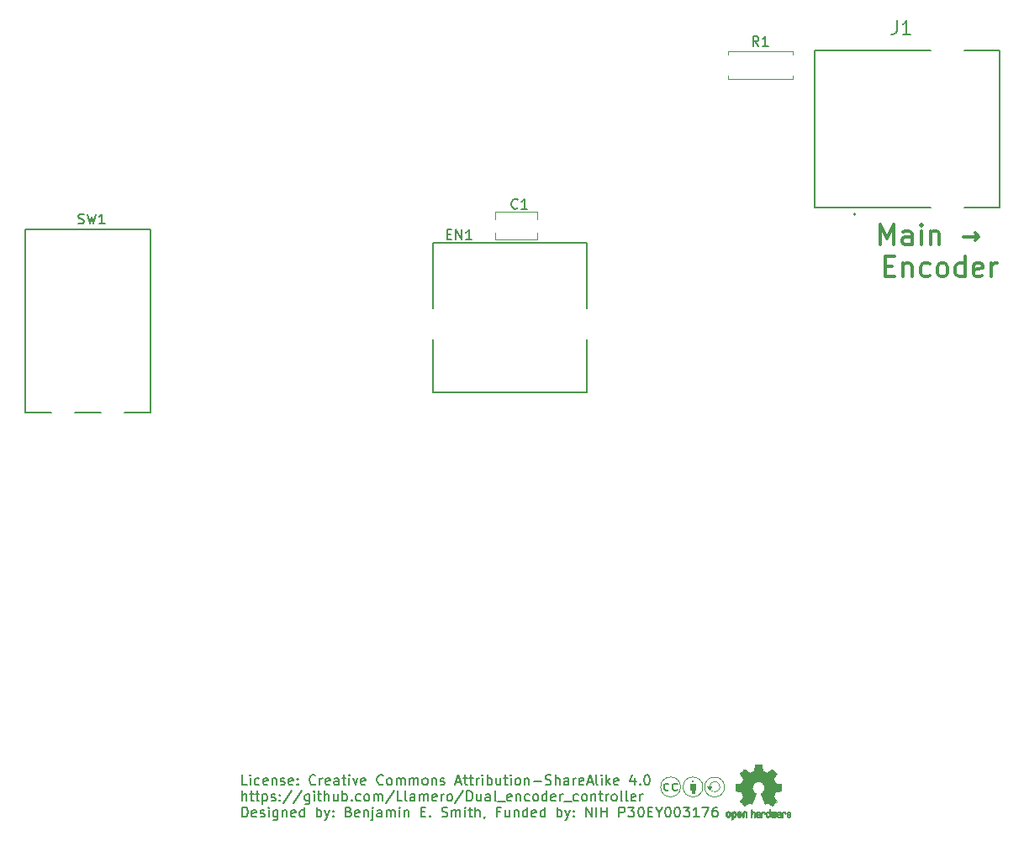
<source format=gto>
G04 #@! TF.GenerationSoftware,KiCad,Pcbnew,7.0.1*
G04 #@! TF.CreationDate,2024-08-21T15:05:22-07:00*
G04 #@! TF.ProjectId,Dual encoder controller - left,4475616c-2065-46e6-936f-64657220636f,rev?*
G04 #@! TF.SameCoordinates,Original*
G04 #@! TF.FileFunction,Legend,Top*
G04 #@! TF.FilePolarity,Positive*
%FSLAX46Y46*%
G04 Gerber Fmt 4.6, Leading zero omitted, Abs format (unit mm)*
G04 Created by KiCad (PCBNEW 7.0.1) date 2024-08-21 15:05:22*
%MOMM*%
%LPD*%
G01*
G04 APERTURE LIST*
%ADD10C,0.300000*%
%ADD11C,0.150000*%
%ADD12C,0.010000*%
%ADD13C,0.120000*%
%ADD14C,0.100000*%
%ADD15C,0.152400*%
%ADD16C,0.127000*%
%ADD17C,0.200000*%
G04 APERTURE END LIST*
D10*
X202325237Y-91625238D02*
X202325237Y-89625238D01*
X202325237Y-89625238D02*
X202991904Y-91053809D01*
X202991904Y-91053809D02*
X203658570Y-89625238D01*
X203658570Y-89625238D02*
X203658570Y-91625238D01*
X205468094Y-91625238D02*
X205468094Y-90577619D01*
X205468094Y-90577619D02*
X205372856Y-90387142D01*
X205372856Y-90387142D02*
X205182380Y-90291904D01*
X205182380Y-90291904D02*
X204801427Y-90291904D01*
X204801427Y-90291904D02*
X204610951Y-90387142D01*
X205468094Y-91530000D02*
X205277618Y-91625238D01*
X205277618Y-91625238D02*
X204801427Y-91625238D01*
X204801427Y-91625238D02*
X204610951Y-91530000D01*
X204610951Y-91530000D02*
X204515713Y-91339523D01*
X204515713Y-91339523D02*
X204515713Y-91149047D01*
X204515713Y-91149047D02*
X204610951Y-90958571D01*
X204610951Y-90958571D02*
X204801427Y-90863333D01*
X204801427Y-90863333D02*
X205277618Y-90863333D01*
X205277618Y-90863333D02*
X205468094Y-90768095D01*
X206420475Y-91625238D02*
X206420475Y-90291904D01*
X206420475Y-89625238D02*
X206325237Y-89720476D01*
X206325237Y-89720476D02*
X206420475Y-89815714D01*
X206420475Y-89815714D02*
X206515713Y-89720476D01*
X206515713Y-89720476D02*
X206420475Y-89625238D01*
X206420475Y-89625238D02*
X206420475Y-89815714D01*
X207372856Y-90291904D02*
X207372856Y-91625238D01*
X207372856Y-90482380D02*
X207468094Y-90387142D01*
X207468094Y-90387142D02*
X207658570Y-90291904D01*
X207658570Y-90291904D02*
X207944285Y-90291904D01*
X207944285Y-90291904D02*
X208134761Y-90387142D01*
X208134761Y-90387142D02*
X208229999Y-90577619D01*
X208229999Y-90577619D02*
X208229999Y-91625238D01*
X210706190Y-90863333D02*
X212230000Y-90863333D01*
X211849047Y-91244285D02*
X212230000Y-90863333D01*
X212230000Y-90863333D02*
X211849047Y-90482380D01*
X202801427Y-93817619D02*
X203468094Y-93817619D01*
X203753808Y-94865238D02*
X202801427Y-94865238D01*
X202801427Y-94865238D02*
X202801427Y-92865238D01*
X202801427Y-92865238D02*
X203753808Y-92865238D01*
X204610951Y-93531904D02*
X204610951Y-94865238D01*
X204610951Y-93722380D02*
X204706189Y-93627142D01*
X204706189Y-93627142D02*
X204896665Y-93531904D01*
X204896665Y-93531904D02*
X205182380Y-93531904D01*
X205182380Y-93531904D02*
X205372856Y-93627142D01*
X205372856Y-93627142D02*
X205468094Y-93817619D01*
X205468094Y-93817619D02*
X205468094Y-94865238D01*
X207277618Y-94770000D02*
X207087142Y-94865238D01*
X207087142Y-94865238D02*
X206706189Y-94865238D01*
X206706189Y-94865238D02*
X206515713Y-94770000D01*
X206515713Y-94770000D02*
X206420475Y-94674761D01*
X206420475Y-94674761D02*
X206325237Y-94484285D01*
X206325237Y-94484285D02*
X206325237Y-93912857D01*
X206325237Y-93912857D02*
X206420475Y-93722380D01*
X206420475Y-93722380D02*
X206515713Y-93627142D01*
X206515713Y-93627142D02*
X206706189Y-93531904D01*
X206706189Y-93531904D02*
X207087142Y-93531904D01*
X207087142Y-93531904D02*
X207277618Y-93627142D01*
X208420475Y-94865238D02*
X208229999Y-94770000D01*
X208229999Y-94770000D02*
X208134761Y-94674761D01*
X208134761Y-94674761D02*
X208039523Y-94484285D01*
X208039523Y-94484285D02*
X208039523Y-93912857D01*
X208039523Y-93912857D02*
X208134761Y-93722380D01*
X208134761Y-93722380D02*
X208229999Y-93627142D01*
X208229999Y-93627142D02*
X208420475Y-93531904D01*
X208420475Y-93531904D02*
X208706190Y-93531904D01*
X208706190Y-93531904D02*
X208896666Y-93627142D01*
X208896666Y-93627142D02*
X208991904Y-93722380D01*
X208991904Y-93722380D02*
X209087142Y-93912857D01*
X209087142Y-93912857D02*
X209087142Y-94484285D01*
X209087142Y-94484285D02*
X208991904Y-94674761D01*
X208991904Y-94674761D02*
X208896666Y-94770000D01*
X208896666Y-94770000D02*
X208706190Y-94865238D01*
X208706190Y-94865238D02*
X208420475Y-94865238D01*
X210801428Y-94865238D02*
X210801428Y-92865238D01*
X210801428Y-94770000D02*
X210610952Y-94865238D01*
X210610952Y-94865238D02*
X210229999Y-94865238D01*
X210229999Y-94865238D02*
X210039523Y-94770000D01*
X210039523Y-94770000D02*
X209944285Y-94674761D01*
X209944285Y-94674761D02*
X209849047Y-94484285D01*
X209849047Y-94484285D02*
X209849047Y-93912857D01*
X209849047Y-93912857D02*
X209944285Y-93722380D01*
X209944285Y-93722380D02*
X210039523Y-93627142D01*
X210039523Y-93627142D02*
X210229999Y-93531904D01*
X210229999Y-93531904D02*
X210610952Y-93531904D01*
X210610952Y-93531904D02*
X210801428Y-93627142D01*
X212515714Y-94770000D02*
X212325238Y-94865238D01*
X212325238Y-94865238D02*
X211944285Y-94865238D01*
X211944285Y-94865238D02*
X211753809Y-94770000D01*
X211753809Y-94770000D02*
X211658571Y-94579523D01*
X211658571Y-94579523D02*
X211658571Y-93817619D01*
X211658571Y-93817619D02*
X211753809Y-93627142D01*
X211753809Y-93627142D02*
X211944285Y-93531904D01*
X211944285Y-93531904D02*
X212325238Y-93531904D01*
X212325238Y-93531904D02*
X212515714Y-93627142D01*
X212515714Y-93627142D02*
X212610952Y-93817619D01*
X212610952Y-93817619D02*
X212610952Y-94008095D01*
X212610952Y-94008095D02*
X211658571Y-94198571D01*
X213468095Y-94865238D02*
X213468095Y-93531904D01*
X213468095Y-93912857D02*
X213563333Y-93722380D01*
X213563333Y-93722380D02*
X213658571Y-93627142D01*
X213658571Y-93627142D02*
X213849047Y-93531904D01*
X213849047Y-93531904D02*
X214039524Y-93531904D01*
D11*
X138519285Y-146087619D02*
X138043095Y-146087619D01*
X138043095Y-146087619D02*
X138043095Y-145087619D01*
X138852619Y-146087619D02*
X138852619Y-145420952D01*
X138852619Y-145087619D02*
X138805000Y-145135238D01*
X138805000Y-145135238D02*
X138852619Y-145182857D01*
X138852619Y-145182857D02*
X138900238Y-145135238D01*
X138900238Y-145135238D02*
X138852619Y-145087619D01*
X138852619Y-145087619D02*
X138852619Y-145182857D01*
X139757380Y-146040000D02*
X139662142Y-146087619D01*
X139662142Y-146087619D02*
X139471666Y-146087619D01*
X139471666Y-146087619D02*
X139376428Y-146040000D01*
X139376428Y-146040000D02*
X139328809Y-145992380D01*
X139328809Y-145992380D02*
X139281190Y-145897142D01*
X139281190Y-145897142D02*
X139281190Y-145611428D01*
X139281190Y-145611428D02*
X139328809Y-145516190D01*
X139328809Y-145516190D02*
X139376428Y-145468571D01*
X139376428Y-145468571D02*
X139471666Y-145420952D01*
X139471666Y-145420952D02*
X139662142Y-145420952D01*
X139662142Y-145420952D02*
X139757380Y-145468571D01*
X140566904Y-146040000D02*
X140471666Y-146087619D01*
X140471666Y-146087619D02*
X140281190Y-146087619D01*
X140281190Y-146087619D02*
X140185952Y-146040000D01*
X140185952Y-146040000D02*
X140138333Y-145944761D01*
X140138333Y-145944761D02*
X140138333Y-145563809D01*
X140138333Y-145563809D02*
X140185952Y-145468571D01*
X140185952Y-145468571D02*
X140281190Y-145420952D01*
X140281190Y-145420952D02*
X140471666Y-145420952D01*
X140471666Y-145420952D02*
X140566904Y-145468571D01*
X140566904Y-145468571D02*
X140614523Y-145563809D01*
X140614523Y-145563809D02*
X140614523Y-145659047D01*
X140614523Y-145659047D02*
X140138333Y-145754285D01*
X141043095Y-145420952D02*
X141043095Y-146087619D01*
X141043095Y-145516190D02*
X141090714Y-145468571D01*
X141090714Y-145468571D02*
X141185952Y-145420952D01*
X141185952Y-145420952D02*
X141328809Y-145420952D01*
X141328809Y-145420952D02*
X141424047Y-145468571D01*
X141424047Y-145468571D02*
X141471666Y-145563809D01*
X141471666Y-145563809D02*
X141471666Y-146087619D01*
X141900238Y-146040000D02*
X141995476Y-146087619D01*
X141995476Y-146087619D02*
X142185952Y-146087619D01*
X142185952Y-146087619D02*
X142281190Y-146040000D01*
X142281190Y-146040000D02*
X142328809Y-145944761D01*
X142328809Y-145944761D02*
X142328809Y-145897142D01*
X142328809Y-145897142D02*
X142281190Y-145801904D01*
X142281190Y-145801904D02*
X142185952Y-145754285D01*
X142185952Y-145754285D02*
X142043095Y-145754285D01*
X142043095Y-145754285D02*
X141947857Y-145706666D01*
X141947857Y-145706666D02*
X141900238Y-145611428D01*
X141900238Y-145611428D02*
X141900238Y-145563809D01*
X141900238Y-145563809D02*
X141947857Y-145468571D01*
X141947857Y-145468571D02*
X142043095Y-145420952D01*
X142043095Y-145420952D02*
X142185952Y-145420952D01*
X142185952Y-145420952D02*
X142281190Y-145468571D01*
X143138333Y-146040000D02*
X143043095Y-146087619D01*
X143043095Y-146087619D02*
X142852619Y-146087619D01*
X142852619Y-146087619D02*
X142757381Y-146040000D01*
X142757381Y-146040000D02*
X142709762Y-145944761D01*
X142709762Y-145944761D02*
X142709762Y-145563809D01*
X142709762Y-145563809D02*
X142757381Y-145468571D01*
X142757381Y-145468571D02*
X142852619Y-145420952D01*
X142852619Y-145420952D02*
X143043095Y-145420952D01*
X143043095Y-145420952D02*
X143138333Y-145468571D01*
X143138333Y-145468571D02*
X143185952Y-145563809D01*
X143185952Y-145563809D02*
X143185952Y-145659047D01*
X143185952Y-145659047D02*
X142709762Y-145754285D01*
X143614524Y-145992380D02*
X143662143Y-146040000D01*
X143662143Y-146040000D02*
X143614524Y-146087619D01*
X143614524Y-146087619D02*
X143566905Y-146040000D01*
X143566905Y-146040000D02*
X143614524Y-145992380D01*
X143614524Y-145992380D02*
X143614524Y-146087619D01*
X143614524Y-145468571D02*
X143662143Y-145516190D01*
X143662143Y-145516190D02*
X143614524Y-145563809D01*
X143614524Y-145563809D02*
X143566905Y-145516190D01*
X143566905Y-145516190D02*
X143614524Y-145468571D01*
X143614524Y-145468571D02*
X143614524Y-145563809D01*
X145424047Y-145992380D02*
X145376428Y-146040000D01*
X145376428Y-146040000D02*
X145233571Y-146087619D01*
X145233571Y-146087619D02*
X145138333Y-146087619D01*
X145138333Y-146087619D02*
X144995476Y-146040000D01*
X144995476Y-146040000D02*
X144900238Y-145944761D01*
X144900238Y-145944761D02*
X144852619Y-145849523D01*
X144852619Y-145849523D02*
X144805000Y-145659047D01*
X144805000Y-145659047D02*
X144805000Y-145516190D01*
X144805000Y-145516190D02*
X144852619Y-145325714D01*
X144852619Y-145325714D02*
X144900238Y-145230476D01*
X144900238Y-145230476D02*
X144995476Y-145135238D01*
X144995476Y-145135238D02*
X145138333Y-145087619D01*
X145138333Y-145087619D02*
X145233571Y-145087619D01*
X145233571Y-145087619D02*
X145376428Y-145135238D01*
X145376428Y-145135238D02*
X145424047Y-145182857D01*
X145852619Y-146087619D02*
X145852619Y-145420952D01*
X145852619Y-145611428D02*
X145900238Y-145516190D01*
X145900238Y-145516190D02*
X145947857Y-145468571D01*
X145947857Y-145468571D02*
X146043095Y-145420952D01*
X146043095Y-145420952D02*
X146138333Y-145420952D01*
X146852619Y-146040000D02*
X146757381Y-146087619D01*
X146757381Y-146087619D02*
X146566905Y-146087619D01*
X146566905Y-146087619D02*
X146471667Y-146040000D01*
X146471667Y-146040000D02*
X146424048Y-145944761D01*
X146424048Y-145944761D02*
X146424048Y-145563809D01*
X146424048Y-145563809D02*
X146471667Y-145468571D01*
X146471667Y-145468571D02*
X146566905Y-145420952D01*
X146566905Y-145420952D02*
X146757381Y-145420952D01*
X146757381Y-145420952D02*
X146852619Y-145468571D01*
X146852619Y-145468571D02*
X146900238Y-145563809D01*
X146900238Y-145563809D02*
X146900238Y-145659047D01*
X146900238Y-145659047D02*
X146424048Y-145754285D01*
X147757381Y-146087619D02*
X147757381Y-145563809D01*
X147757381Y-145563809D02*
X147709762Y-145468571D01*
X147709762Y-145468571D02*
X147614524Y-145420952D01*
X147614524Y-145420952D02*
X147424048Y-145420952D01*
X147424048Y-145420952D02*
X147328810Y-145468571D01*
X147757381Y-146040000D02*
X147662143Y-146087619D01*
X147662143Y-146087619D02*
X147424048Y-146087619D01*
X147424048Y-146087619D02*
X147328810Y-146040000D01*
X147328810Y-146040000D02*
X147281191Y-145944761D01*
X147281191Y-145944761D02*
X147281191Y-145849523D01*
X147281191Y-145849523D02*
X147328810Y-145754285D01*
X147328810Y-145754285D02*
X147424048Y-145706666D01*
X147424048Y-145706666D02*
X147662143Y-145706666D01*
X147662143Y-145706666D02*
X147757381Y-145659047D01*
X148090715Y-145420952D02*
X148471667Y-145420952D01*
X148233572Y-145087619D02*
X148233572Y-145944761D01*
X148233572Y-145944761D02*
X148281191Y-146040000D01*
X148281191Y-146040000D02*
X148376429Y-146087619D01*
X148376429Y-146087619D02*
X148471667Y-146087619D01*
X148805001Y-146087619D02*
X148805001Y-145420952D01*
X148805001Y-145087619D02*
X148757382Y-145135238D01*
X148757382Y-145135238D02*
X148805001Y-145182857D01*
X148805001Y-145182857D02*
X148852620Y-145135238D01*
X148852620Y-145135238D02*
X148805001Y-145087619D01*
X148805001Y-145087619D02*
X148805001Y-145182857D01*
X149185953Y-145420952D02*
X149424048Y-146087619D01*
X149424048Y-146087619D02*
X149662143Y-145420952D01*
X150424048Y-146040000D02*
X150328810Y-146087619D01*
X150328810Y-146087619D02*
X150138334Y-146087619D01*
X150138334Y-146087619D02*
X150043096Y-146040000D01*
X150043096Y-146040000D02*
X149995477Y-145944761D01*
X149995477Y-145944761D02*
X149995477Y-145563809D01*
X149995477Y-145563809D02*
X150043096Y-145468571D01*
X150043096Y-145468571D02*
X150138334Y-145420952D01*
X150138334Y-145420952D02*
X150328810Y-145420952D01*
X150328810Y-145420952D02*
X150424048Y-145468571D01*
X150424048Y-145468571D02*
X150471667Y-145563809D01*
X150471667Y-145563809D02*
X150471667Y-145659047D01*
X150471667Y-145659047D02*
X149995477Y-145754285D01*
X152233572Y-145992380D02*
X152185953Y-146040000D01*
X152185953Y-146040000D02*
X152043096Y-146087619D01*
X152043096Y-146087619D02*
X151947858Y-146087619D01*
X151947858Y-146087619D02*
X151805001Y-146040000D01*
X151805001Y-146040000D02*
X151709763Y-145944761D01*
X151709763Y-145944761D02*
X151662144Y-145849523D01*
X151662144Y-145849523D02*
X151614525Y-145659047D01*
X151614525Y-145659047D02*
X151614525Y-145516190D01*
X151614525Y-145516190D02*
X151662144Y-145325714D01*
X151662144Y-145325714D02*
X151709763Y-145230476D01*
X151709763Y-145230476D02*
X151805001Y-145135238D01*
X151805001Y-145135238D02*
X151947858Y-145087619D01*
X151947858Y-145087619D02*
X152043096Y-145087619D01*
X152043096Y-145087619D02*
X152185953Y-145135238D01*
X152185953Y-145135238D02*
X152233572Y-145182857D01*
X152805001Y-146087619D02*
X152709763Y-146040000D01*
X152709763Y-146040000D02*
X152662144Y-145992380D01*
X152662144Y-145992380D02*
X152614525Y-145897142D01*
X152614525Y-145897142D02*
X152614525Y-145611428D01*
X152614525Y-145611428D02*
X152662144Y-145516190D01*
X152662144Y-145516190D02*
X152709763Y-145468571D01*
X152709763Y-145468571D02*
X152805001Y-145420952D01*
X152805001Y-145420952D02*
X152947858Y-145420952D01*
X152947858Y-145420952D02*
X153043096Y-145468571D01*
X153043096Y-145468571D02*
X153090715Y-145516190D01*
X153090715Y-145516190D02*
X153138334Y-145611428D01*
X153138334Y-145611428D02*
X153138334Y-145897142D01*
X153138334Y-145897142D02*
X153090715Y-145992380D01*
X153090715Y-145992380D02*
X153043096Y-146040000D01*
X153043096Y-146040000D02*
X152947858Y-146087619D01*
X152947858Y-146087619D02*
X152805001Y-146087619D01*
X153566906Y-146087619D02*
X153566906Y-145420952D01*
X153566906Y-145516190D02*
X153614525Y-145468571D01*
X153614525Y-145468571D02*
X153709763Y-145420952D01*
X153709763Y-145420952D02*
X153852620Y-145420952D01*
X153852620Y-145420952D02*
X153947858Y-145468571D01*
X153947858Y-145468571D02*
X153995477Y-145563809D01*
X153995477Y-145563809D02*
X153995477Y-146087619D01*
X153995477Y-145563809D02*
X154043096Y-145468571D01*
X154043096Y-145468571D02*
X154138334Y-145420952D01*
X154138334Y-145420952D02*
X154281191Y-145420952D01*
X154281191Y-145420952D02*
X154376430Y-145468571D01*
X154376430Y-145468571D02*
X154424049Y-145563809D01*
X154424049Y-145563809D02*
X154424049Y-146087619D01*
X154900239Y-146087619D02*
X154900239Y-145420952D01*
X154900239Y-145516190D02*
X154947858Y-145468571D01*
X154947858Y-145468571D02*
X155043096Y-145420952D01*
X155043096Y-145420952D02*
X155185953Y-145420952D01*
X155185953Y-145420952D02*
X155281191Y-145468571D01*
X155281191Y-145468571D02*
X155328810Y-145563809D01*
X155328810Y-145563809D02*
X155328810Y-146087619D01*
X155328810Y-145563809D02*
X155376429Y-145468571D01*
X155376429Y-145468571D02*
X155471667Y-145420952D01*
X155471667Y-145420952D02*
X155614524Y-145420952D01*
X155614524Y-145420952D02*
X155709763Y-145468571D01*
X155709763Y-145468571D02*
X155757382Y-145563809D01*
X155757382Y-145563809D02*
X155757382Y-146087619D01*
X156376429Y-146087619D02*
X156281191Y-146040000D01*
X156281191Y-146040000D02*
X156233572Y-145992380D01*
X156233572Y-145992380D02*
X156185953Y-145897142D01*
X156185953Y-145897142D02*
X156185953Y-145611428D01*
X156185953Y-145611428D02*
X156233572Y-145516190D01*
X156233572Y-145516190D02*
X156281191Y-145468571D01*
X156281191Y-145468571D02*
X156376429Y-145420952D01*
X156376429Y-145420952D02*
X156519286Y-145420952D01*
X156519286Y-145420952D02*
X156614524Y-145468571D01*
X156614524Y-145468571D02*
X156662143Y-145516190D01*
X156662143Y-145516190D02*
X156709762Y-145611428D01*
X156709762Y-145611428D02*
X156709762Y-145897142D01*
X156709762Y-145897142D02*
X156662143Y-145992380D01*
X156662143Y-145992380D02*
X156614524Y-146040000D01*
X156614524Y-146040000D02*
X156519286Y-146087619D01*
X156519286Y-146087619D02*
X156376429Y-146087619D01*
X157138334Y-145420952D02*
X157138334Y-146087619D01*
X157138334Y-145516190D02*
X157185953Y-145468571D01*
X157185953Y-145468571D02*
X157281191Y-145420952D01*
X157281191Y-145420952D02*
X157424048Y-145420952D01*
X157424048Y-145420952D02*
X157519286Y-145468571D01*
X157519286Y-145468571D02*
X157566905Y-145563809D01*
X157566905Y-145563809D02*
X157566905Y-146087619D01*
X157995477Y-146040000D02*
X158090715Y-146087619D01*
X158090715Y-146087619D02*
X158281191Y-146087619D01*
X158281191Y-146087619D02*
X158376429Y-146040000D01*
X158376429Y-146040000D02*
X158424048Y-145944761D01*
X158424048Y-145944761D02*
X158424048Y-145897142D01*
X158424048Y-145897142D02*
X158376429Y-145801904D01*
X158376429Y-145801904D02*
X158281191Y-145754285D01*
X158281191Y-145754285D02*
X158138334Y-145754285D01*
X158138334Y-145754285D02*
X158043096Y-145706666D01*
X158043096Y-145706666D02*
X157995477Y-145611428D01*
X157995477Y-145611428D02*
X157995477Y-145563809D01*
X157995477Y-145563809D02*
X158043096Y-145468571D01*
X158043096Y-145468571D02*
X158138334Y-145420952D01*
X158138334Y-145420952D02*
X158281191Y-145420952D01*
X158281191Y-145420952D02*
X158376429Y-145468571D01*
X159566906Y-145801904D02*
X160043096Y-145801904D01*
X159471668Y-146087619D02*
X159805001Y-145087619D01*
X159805001Y-145087619D02*
X160138334Y-146087619D01*
X160328811Y-145420952D02*
X160709763Y-145420952D01*
X160471668Y-145087619D02*
X160471668Y-145944761D01*
X160471668Y-145944761D02*
X160519287Y-146040000D01*
X160519287Y-146040000D02*
X160614525Y-146087619D01*
X160614525Y-146087619D02*
X160709763Y-146087619D01*
X160900240Y-145420952D02*
X161281192Y-145420952D01*
X161043097Y-145087619D02*
X161043097Y-145944761D01*
X161043097Y-145944761D02*
X161090716Y-146040000D01*
X161090716Y-146040000D02*
X161185954Y-146087619D01*
X161185954Y-146087619D02*
X161281192Y-146087619D01*
X161614526Y-146087619D02*
X161614526Y-145420952D01*
X161614526Y-145611428D02*
X161662145Y-145516190D01*
X161662145Y-145516190D02*
X161709764Y-145468571D01*
X161709764Y-145468571D02*
X161805002Y-145420952D01*
X161805002Y-145420952D02*
X161900240Y-145420952D01*
X162233574Y-146087619D02*
X162233574Y-145420952D01*
X162233574Y-145087619D02*
X162185955Y-145135238D01*
X162185955Y-145135238D02*
X162233574Y-145182857D01*
X162233574Y-145182857D02*
X162281193Y-145135238D01*
X162281193Y-145135238D02*
X162233574Y-145087619D01*
X162233574Y-145087619D02*
X162233574Y-145182857D01*
X162709764Y-146087619D02*
X162709764Y-145087619D01*
X162709764Y-145468571D02*
X162805002Y-145420952D01*
X162805002Y-145420952D02*
X162995478Y-145420952D01*
X162995478Y-145420952D02*
X163090716Y-145468571D01*
X163090716Y-145468571D02*
X163138335Y-145516190D01*
X163138335Y-145516190D02*
X163185954Y-145611428D01*
X163185954Y-145611428D02*
X163185954Y-145897142D01*
X163185954Y-145897142D02*
X163138335Y-145992380D01*
X163138335Y-145992380D02*
X163090716Y-146040000D01*
X163090716Y-146040000D02*
X162995478Y-146087619D01*
X162995478Y-146087619D02*
X162805002Y-146087619D01*
X162805002Y-146087619D02*
X162709764Y-146040000D01*
X164043097Y-145420952D02*
X164043097Y-146087619D01*
X163614526Y-145420952D02*
X163614526Y-145944761D01*
X163614526Y-145944761D02*
X163662145Y-146040000D01*
X163662145Y-146040000D02*
X163757383Y-146087619D01*
X163757383Y-146087619D02*
X163900240Y-146087619D01*
X163900240Y-146087619D02*
X163995478Y-146040000D01*
X163995478Y-146040000D02*
X164043097Y-145992380D01*
X164376431Y-145420952D02*
X164757383Y-145420952D01*
X164519288Y-145087619D02*
X164519288Y-145944761D01*
X164519288Y-145944761D02*
X164566907Y-146040000D01*
X164566907Y-146040000D02*
X164662145Y-146087619D01*
X164662145Y-146087619D02*
X164757383Y-146087619D01*
X165090717Y-146087619D02*
X165090717Y-145420952D01*
X165090717Y-145087619D02*
X165043098Y-145135238D01*
X165043098Y-145135238D02*
X165090717Y-145182857D01*
X165090717Y-145182857D02*
X165138336Y-145135238D01*
X165138336Y-145135238D02*
X165090717Y-145087619D01*
X165090717Y-145087619D02*
X165090717Y-145182857D01*
X165709764Y-146087619D02*
X165614526Y-146040000D01*
X165614526Y-146040000D02*
X165566907Y-145992380D01*
X165566907Y-145992380D02*
X165519288Y-145897142D01*
X165519288Y-145897142D02*
X165519288Y-145611428D01*
X165519288Y-145611428D02*
X165566907Y-145516190D01*
X165566907Y-145516190D02*
X165614526Y-145468571D01*
X165614526Y-145468571D02*
X165709764Y-145420952D01*
X165709764Y-145420952D02*
X165852621Y-145420952D01*
X165852621Y-145420952D02*
X165947859Y-145468571D01*
X165947859Y-145468571D02*
X165995478Y-145516190D01*
X165995478Y-145516190D02*
X166043097Y-145611428D01*
X166043097Y-145611428D02*
X166043097Y-145897142D01*
X166043097Y-145897142D02*
X165995478Y-145992380D01*
X165995478Y-145992380D02*
X165947859Y-146040000D01*
X165947859Y-146040000D02*
X165852621Y-146087619D01*
X165852621Y-146087619D02*
X165709764Y-146087619D01*
X166471669Y-145420952D02*
X166471669Y-146087619D01*
X166471669Y-145516190D02*
X166519288Y-145468571D01*
X166519288Y-145468571D02*
X166614526Y-145420952D01*
X166614526Y-145420952D02*
X166757383Y-145420952D01*
X166757383Y-145420952D02*
X166852621Y-145468571D01*
X166852621Y-145468571D02*
X166900240Y-145563809D01*
X166900240Y-145563809D02*
X166900240Y-146087619D01*
X167376431Y-145706666D02*
X168138336Y-145706666D01*
X168566907Y-146040000D02*
X168709764Y-146087619D01*
X168709764Y-146087619D02*
X168947859Y-146087619D01*
X168947859Y-146087619D02*
X169043097Y-146040000D01*
X169043097Y-146040000D02*
X169090716Y-145992380D01*
X169090716Y-145992380D02*
X169138335Y-145897142D01*
X169138335Y-145897142D02*
X169138335Y-145801904D01*
X169138335Y-145801904D02*
X169090716Y-145706666D01*
X169090716Y-145706666D02*
X169043097Y-145659047D01*
X169043097Y-145659047D02*
X168947859Y-145611428D01*
X168947859Y-145611428D02*
X168757383Y-145563809D01*
X168757383Y-145563809D02*
X168662145Y-145516190D01*
X168662145Y-145516190D02*
X168614526Y-145468571D01*
X168614526Y-145468571D02*
X168566907Y-145373333D01*
X168566907Y-145373333D02*
X168566907Y-145278095D01*
X168566907Y-145278095D02*
X168614526Y-145182857D01*
X168614526Y-145182857D02*
X168662145Y-145135238D01*
X168662145Y-145135238D02*
X168757383Y-145087619D01*
X168757383Y-145087619D02*
X168995478Y-145087619D01*
X168995478Y-145087619D02*
X169138335Y-145135238D01*
X169566907Y-146087619D02*
X169566907Y-145087619D01*
X169995478Y-146087619D02*
X169995478Y-145563809D01*
X169995478Y-145563809D02*
X169947859Y-145468571D01*
X169947859Y-145468571D02*
X169852621Y-145420952D01*
X169852621Y-145420952D02*
X169709764Y-145420952D01*
X169709764Y-145420952D02*
X169614526Y-145468571D01*
X169614526Y-145468571D02*
X169566907Y-145516190D01*
X170900240Y-146087619D02*
X170900240Y-145563809D01*
X170900240Y-145563809D02*
X170852621Y-145468571D01*
X170852621Y-145468571D02*
X170757383Y-145420952D01*
X170757383Y-145420952D02*
X170566907Y-145420952D01*
X170566907Y-145420952D02*
X170471669Y-145468571D01*
X170900240Y-146040000D02*
X170805002Y-146087619D01*
X170805002Y-146087619D02*
X170566907Y-146087619D01*
X170566907Y-146087619D02*
X170471669Y-146040000D01*
X170471669Y-146040000D02*
X170424050Y-145944761D01*
X170424050Y-145944761D02*
X170424050Y-145849523D01*
X170424050Y-145849523D02*
X170471669Y-145754285D01*
X170471669Y-145754285D02*
X170566907Y-145706666D01*
X170566907Y-145706666D02*
X170805002Y-145706666D01*
X170805002Y-145706666D02*
X170900240Y-145659047D01*
X171376431Y-146087619D02*
X171376431Y-145420952D01*
X171376431Y-145611428D02*
X171424050Y-145516190D01*
X171424050Y-145516190D02*
X171471669Y-145468571D01*
X171471669Y-145468571D02*
X171566907Y-145420952D01*
X171566907Y-145420952D02*
X171662145Y-145420952D01*
X172376431Y-146040000D02*
X172281193Y-146087619D01*
X172281193Y-146087619D02*
X172090717Y-146087619D01*
X172090717Y-146087619D02*
X171995479Y-146040000D01*
X171995479Y-146040000D02*
X171947860Y-145944761D01*
X171947860Y-145944761D02*
X171947860Y-145563809D01*
X171947860Y-145563809D02*
X171995479Y-145468571D01*
X171995479Y-145468571D02*
X172090717Y-145420952D01*
X172090717Y-145420952D02*
X172281193Y-145420952D01*
X172281193Y-145420952D02*
X172376431Y-145468571D01*
X172376431Y-145468571D02*
X172424050Y-145563809D01*
X172424050Y-145563809D02*
X172424050Y-145659047D01*
X172424050Y-145659047D02*
X171947860Y-145754285D01*
X172805003Y-145801904D02*
X173281193Y-145801904D01*
X172709765Y-146087619D02*
X173043098Y-145087619D01*
X173043098Y-145087619D02*
X173376431Y-146087619D01*
X173852622Y-146087619D02*
X173757384Y-146040000D01*
X173757384Y-146040000D02*
X173709765Y-145944761D01*
X173709765Y-145944761D02*
X173709765Y-145087619D01*
X174233575Y-146087619D02*
X174233575Y-145420952D01*
X174233575Y-145087619D02*
X174185956Y-145135238D01*
X174185956Y-145135238D02*
X174233575Y-145182857D01*
X174233575Y-145182857D02*
X174281194Y-145135238D01*
X174281194Y-145135238D02*
X174233575Y-145087619D01*
X174233575Y-145087619D02*
X174233575Y-145182857D01*
X174709765Y-146087619D02*
X174709765Y-145087619D01*
X174805003Y-145706666D02*
X175090717Y-146087619D01*
X175090717Y-145420952D02*
X174709765Y-145801904D01*
X175900241Y-146040000D02*
X175805003Y-146087619D01*
X175805003Y-146087619D02*
X175614527Y-146087619D01*
X175614527Y-146087619D02*
X175519289Y-146040000D01*
X175519289Y-146040000D02*
X175471670Y-145944761D01*
X175471670Y-145944761D02*
X175471670Y-145563809D01*
X175471670Y-145563809D02*
X175519289Y-145468571D01*
X175519289Y-145468571D02*
X175614527Y-145420952D01*
X175614527Y-145420952D02*
X175805003Y-145420952D01*
X175805003Y-145420952D02*
X175900241Y-145468571D01*
X175900241Y-145468571D02*
X175947860Y-145563809D01*
X175947860Y-145563809D02*
X175947860Y-145659047D01*
X175947860Y-145659047D02*
X175471670Y-145754285D01*
X177566908Y-145420952D02*
X177566908Y-146087619D01*
X177328813Y-145040000D02*
X177090718Y-145754285D01*
X177090718Y-145754285D02*
X177709765Y-145754285D01*
X178090718Y-145992380D02*
X178138337Y-146040000D01*
X178138337Y-146040000D02*
X178090718Y-146087619D01*
X178090718Y-146087619D02*
X178043099Y-146040000D01*
X178043099Y-146040000D02*
X178090718Y-145992380D01*
X178090718Y-145992380D02*
X178090718Y-146087619D01*
X178757384Y-145087619D02*
X178852622Y-145087619D01*
X178852622Y-145087619D02*
X178947860Y-145135238D01*
X178947860Y-145135238D02*
X178995479Y-145182857D01*
X178995479Y-145182857D02*
X179043098Y-145278095D01*
X179043098Y-145278095D02*
X179090717Y-145468571D01*
X179090717Y-145468571D02*
X179090717Y-145706666D01*
X179090717Y-145706666D02*
X179043098Y-145897142D01*
X179043098Y-145897142D02*
X178995479Y-145992380D01*
X178995479Y-145992380D02*
X178947860Y-146040000D01*
X178947860Y-146040000D02*
X178852622Y-146087619D01*
X178852622Y-146087619D02*
X178757384Y-146087619D01*
X178757384Y-146087619D02*
X178662146Y-146040000D01*
X178662146Y-146040000D02*
X178614527Y-145992380D01*
X178614527Y-145992380D02*
X178566908Y-145897142D01*
X178566908Y-145897142D02*
X178519289Y-145706666D01*
X178519289Y-145706666D02*
X178519289Y-145468571D01*
X178519289Y-145468571D02*
X178566908Y-145278095D01*
X178566908Y-145278095D02*
X178614527Y-145182857D01*
X178614527Y-145182857D02*
X178662146Y-145135238D01*
X178662146Y-145135238D02*
X178757384Y-145087619D01*
X138043095Y-147707619D02*
X138043095Y-146707619D01*
X138471666Y-147707619D02*
X138471666Y-147183809D01*
X138471666Y-147183809D02*
X138424047Y-147088571D01*
X138424047Y-147088571D02*
X138328809Y-147040952D01*
X138328809Y-147040952D02*
X138185952Y-147040952D01*
X138185952Y-147040952D02*
X138090714Y-147088571D01*
X138090714Y-147088571D02*
X138043095Y-147136190D01*
X138805000Y-147040952D02*
X139185952Y-147040952D01*
X138947857Y-146707619D02*
X138947857Y-147564761D01*
X138947857Y-147564761D02*
X138995476Y-147660000D01*
X138995476Y-147660000D02*
X139090714Y-147707619D01*
X139090714Y-147707619D02*
X139185952Y-147707619D01*
X139376429Y-147040952D02*
X139757381Y-147040952D01*
X139519286Y-146707619D02*
X139519286Y-147564761D01*
X139519286Y-147564761D02*
X139566905Y-147660000D01*
X139566905Y-147660000D02*
X139662143Y-147707619D01*
X139662143Y-147707619D02*
X139757381Y-147707619D01*
X140090715Y-147040952D02*
X140090715Y-148040952D01*
X140090715Y-147088571D02*
X140185953Y-147040952D01*
X140185953Y-147040952D02*
X140376429Y-147040952D01*
X140376429Y-147040952D02*
X140471667Y-147088571D01*
X140471667Y-147088571D02*
X140519286Y-147136190D01*
X140519286Y-147136190D02*
X140566905Y-147231428D01*
X140566905Y-147231428D02*
X140566905Y-147517142D01*
X140566905Y-147517142D02*
X140519286Y-147612380D01*
X140519286Y-147612380D02*
X140471667Y-147660000D01*
X140471667Y-147660000D02*
X140376429Y-147707619D01*
X140376429Y-147707619D02*
X140185953Y-147707619D01*
X140185953Y-147707619D02*
X140090715Y-147660000D01*
X140947858Y-147660000D02*
X141043096Y-147707619D01*
X141043096Y-147707619D02*
X141233572Y-147707619D01*
X141233572Y-147707619D02*
X141328810Y-147660000D01*
X141328810Y-147660000D02*
X141376429Y-147564761D01*
X141376429Y-147564761D02*
X141376429Y-147517142D01*
X141376429Y-147517142D02*
X141328810Y-147421904D01*
X141328810Y-147421904D02*
X141233572Y-147374285D01*
X141233572Y-147374285D02*
X141090715Y-147374285D01*
X141090715Y-147374285D02*
X140995477Y-147326666D01*
X140995477Y-147326666D02*
X140947858Y-147231428D01*
X140947858Y-147231428D02*
X140947858Y-147183809D01*
X140947858Y-147183809D02*
X140995477Y-147088571D01*
X140995477Y-147088571D02*
X141090715Y-147040952D01*
X141090715Y-147040952D02*
X141233572Y-147040952D01*
X141233572Y-147040952D02*
X141328810Y-147088571D01*
X141805001Y-147612380D02*
X141852620Y-147660000D01*
X141852620Y-147660000D02*
X141805001Y-147707619D01*
X141805001Y-147707619D02*
X141757382Y-147660000D01*
X141757382Y-147660000D02*
X141805001Y-147612380D01*
X141805001Y-147612380D02*
X141805001Y-147707619D01*
X141805001Y-147088571D02*
X141852620Y-147136190D01*
X141852620Y-147136190D02*
X141805001Y-147183809D01*
X141805001Y-147183809D02*
X141757382Y-147136190D01*
X141757382Y-147136190D02*
X141805001Y-147088571D01*
X141805001Y-147088571D02*
X141805001Y-147183809D01*
X142995476Y-146660000D02*
X142138334Y-147945714D01*
X144043095Y-146660000D02*
X143185953Y-147945714D01*
X144805000Y-147040952D02*
X144805000Y-147850476D01*
X144805000Y-147850476D02*
X144757381Y-147945714D01*
X144757381Y-147945714D02*
X144709762Y-147993333D01*
X144709762Y-147993333D02*
X144614524Y-148040952D01*
X144614524Y-148040952D02*
X144471667Y-148040952D01*
X144471667Y-148040952D02*
X144376429Y-147993333D01*
X144805000Y-147660000D02*
X144709762Y-147707619D01*
X144709762Y-147707619D02*
X144519286Y-147707619D01*
X144519286Y-147707619D02*
X144424048Y-147660000D01*
X144424048Y-147660000D02*
X144376429Y-147612380D01*
X144376429Y-147612380D02*
X144328810Y-147517142D01*
X144328810Y-147517142D02*
X144328810Y-147231428D01*
X144328810Y-147231428D02*
X144376429Y-147136190D01*
X144376429Y-147136190D02*
X144424048Y-147088571D01*
X144424048Y-147088571D02*
X144519286Y-147040952D01*
X144519286Y-147040952D02*
X144709762Y-147040952D01*
X144709762Y-147040952D02*
X144805000Y-147088571D01*
X145281191Y-147707619D02*
X145281191Y-147040952D01*
X145281191Y-146707619D02*
X145233572Y-146755238D01*
X145233572Y-146755238D02*
X145281191Y-146802857D01*
X145281191Y-146802857D02*
X145328810Y-146755238D01*
X145328810Y-146755238D02*
X145281191Y-146707619D01*
X145281191Y-146707619D02*
X145281191Y-146802857D01*
X145614524Y-147040952D02*
X145995476Y-147040952D01*
X145757381Y-146707619D02*
X145757381Y-147564761D01*
X145757381Y-147564761D02*
X145805000Y-147660000D01*
X145805000Y-147660000D02*
X145900238Y-147707619D01*
X145900238Y-147707619D02*
X145995476Y-147707619D01*
X146328810Y-147707619D02*
X146328810Y-146707619D01*
X146757381Y-147707619D02*
X146757381Y-147183809D01*
X146757381Y-147183809D02*
X146709762Y-147088571D01*
X146709762Y-147088571D02*
X146614524Y-147040952D01*
X146614524Y-147040952D02*
X146471667Y-147040952D01*
X146471667Y-147040952D02*
X146376429Y-147088571D01*
X146376429Y-147088571D02*
X146328810Y-147136190D01*
X147662143Y-147040952D02*
X147662143Y-147707619D01*
X147233572Y-147040952D02*
X147233572Y-147564761D01*
X147233572Y-147564761D02*
X147281191Y-147660000D01*
X147281191Y-147660000D02*
X147376429Y-147707619D01*
X147376429Y-147707619D02*
X147519286Y-147707619D01*
X147519286Y-147707619D02*
X147614524Y-147660000D01*
X147614524Y-147660000D02*
X147662143Y-147612380D01*
X148138334Y-147707619D02*
X148138334Y-146707619D01*
X148138334Y-147088571D02*
X148233572Y-147040952D01*
X148233572Y-147040952D02*
X148424048Y-147040952D01*
X148424048Y-147040952D02*
X148519286Y-147088571D01*
X148519286Y-147088571D02*
X148566905Y-147136190D01*
X148566905Y-147136190D02*
X148614524Y-147231428D01*
X148614524Y-147231428D02*
X148614524Y-147517142D01*
X148614524Y-147517142D02*
X148566905Y-147612380D01*
X148566905Y-147612380D02*
X148519286Y-147660000D01*
X148519286Y-147660000D02*
X148424048Y-147707619D01*
X148424048Y-147707619D02*
X148233572Y-147707619D01*
X148233572Y-147707619D02*
X148138334Y-147660000D01*
X149043096Y-147612380D02*
X149090715Y-147660000D01*
X149090715Y-147660000D02*
X149043096Y-147707619D01*
X149043096Y-147707619D02*
X148995477Y-147660000D01*
X148995477Y-147660000D02*
X149043096Y-147612380D01*
X149043096Y-147612380D02*
X149043096Y-147707619D01*
X149947857Y-147660000D02*
X149852619Y-147707619D01*
X149852619Y-147707619D02*
X149662143Y-147707619D01*
X149662143Y-147707619D02*
X149566905Y-147660000D01*
X149566905Y-147660000D02*
X149519286Y-147612380D01*
X149519286Y-147612380D02*
X149471667Y-147517142D01*
X149471667Y-147517142D02*
X149471667Y-147231428D01*
X149471667Y-147231428D02*
X149519286Y-147136190D01*
X149519286Y-147136190D02*
X149566905Y-147088571D01*
X149566905Y-147088571D02*
X149662143Y-147040952D01*
X149662143Y-147040952D02*
X149852619Y-147040952D01*
X149852619Y-147040952D02*
X149947857Y-147088571D01*
X150519286Y-147707619D02*
X150424048Y-147660000D01*
X150424048Y-147660000D02*
X150376429Y-147612380D01*
X150376429Y-147612380D02*
X150328810Y-147517142D01*
X150328810Y-147517142D02*
X150328810Y-147231428D01*
X150328810Y-147231428D02*
X150376429Y-147136190D01*
X150376429Y-147136190D02*
X150424048Y-147088571D01*
X150424048Y-147088571D02*
X150519286Y-147040952D01*
X150519286Y-147040952D02*
X150662143Y-147040952D01*
X150662143Y-147040952D02*
X150757381Y-147088571D01*
X150757381Y-147088571D02*
X150805000Y-147136190D01*
X150805000Y-147136190D02*
X150852619Y-147231428D01*
X150852619Y-147231428D02*
X150852619Y-147517142D01*
X150852619Y-147517142D02*
X150805000Y-147612380D01*
X150805000Y-147612380D02*
X150757381Y-147660000D01*
X150757381Y-147660000D02*
X150662143Y-147707619D01*
X150662143Y-147707619D02*
X150519286Y-147707619D01*
X151281191Y-147707619D02*
X151281191Y-147040952D01*
X151281191Y-147136190D02*
X151328810Y-147088571D01*
X151328810Y-147088571D02*
X151424048Y-147040952D01*
X151424048Y-147040952D02*
X151566905Y-147040952D01*
X151566905Y-147040952D02*
X151662143Y-147088571D01*
X151662143Y-147088571D02*
X151709762Y-147183809D01*
X151709762Y-147183809D02*
X151709762Y-147707619D01*
X151709762Y-147183809D02*
X151757381Y-147088571D01*
X151757381Y-147088571D02*
X151852619Y-147040952D01*
X151852619Y-147040952D02*
X151995476Y-147040952D01*
X151995476Y-147040952D02*
X152090715Y-147088571D01*
X152090715Y-147088571D02*
X152138334Y-147183809D01*
X152138334Y-147183809D02*
X152138334Y-147707619D01*
X153328809Y-146660000D02*
X152471667Y-147945714D01*
X154138333Y-147707619D02*
X153662143Y-147707619D01*
X153662143Y-147707619D02*
X153662143Y-146707619D01*
X154614524Y-147707619D02*
X154519286Y-147660000D01*
X154519286Y-147660000D02*
X154471667Y-147564761D01*
X154471667Y-147564761D02*
X154471667Y-146707619D01*
X155424048Y-147707619D02*
X155424048Y-147183809D01*
X155424048Y-147183809D02*
X155376429Y-147088571D01*
X155376429Y-147088571D02*
X155281191Y-147040952D01*
X155281191Y-147040952D02*
X155090715Y-147040952D01*
X155090715Y-147040952D02*
X154995477Y-147088571D01*
X155424048Y-147660000D02*
X155328810Y-147707619D01*
X155328810Y-147707619D02*
X155090715Y-147707619D01*
X155090715Y-147707619D02*
X154995477Y-147660000D01*
X154995477Y-147660000D02*
X154947858Y-147564761D01*
X154947858Y-147564761D02*
X154947858Y-147469523D01*
X154947858Y-147469523D02*
X154995477Y-147374285D01*
X154995477Y-147374285D02*
X155090715Y-147326666D01*
X155090715Y-147326666D02*
X155328810Y-147326666D01*
X155328810Y-147326666D02*
X155424048Y-147279047D01*
X155900239Y-147707619D02*
X155900239Y-147040952D01*
X155900239Y-147136190D02*
X155947858Y-147088571D01*
X155947858Y-147088571D02*
X156043096Y-147040952D01*
X156043096Y-147040952D02*
X156185953Y-147040952D01*
X156185953Y-147040952D02*
X156281191Y-147088571D01*
X156281191Y-147088571D02*
X156328810Y-147183809D01*
X156328810Y-147183809D02*
X156328810Y-147707619D01*
X156328810Y-147183809D02*
X156376429Y-147088571D01*
X156376429Y-147088571D02*
X156471667Y-147040952D01*
X156471667Y-147040952D02*
X156614524Y-147040952D01*
X156614524Y-147040952D02*
X156709763Y-147088571D01*
X156709763Y-147088571D02*
X156757382Y-147183809D01*
X156757382Y-147183809D02*
X156757382Y-147707619D01*
X157614524Y-147660000D02*
X157519286Y-147707619D01*
X157519286Y-147707619D02*
X157328810Y-147707619D01*
X157328810Y-147707619D02*
X157233572Y-147660000D01*
X157233572Y-147660000D02*
X157185953Y-147564761D01*
X157185953Y-147564761D02*
X157185953Y-147183809D01*
X157185953Y-147183809D02*
X157233572Y-147088571D01*
X157233572Y-147088571D02*
X157328810Y-147040952D01*
X157328810Y-147040952D02*
X157519286Y-147040952D01*
X157519286Y-147040952D02*
X157614524Y-147088571D01*
X157614524Y-147088571D02*
X157662143Y-147183809D01*
X157662143Y-147183809D02*
X157662143Y-147279047D01*
X157662143Y-147279047D02*
X157185953Y-147374285D01*
X158090715Y-147707619D02*
X158090715Y-147040952D01*
X158090715Y-147231428D02*
X158138334Y-147136190D01*
X158138334Y-147136190D02*
X158185953Y-147088571D01*
X158185953Y-147088571D02*
X158281191Y-147040952D01*
X158281191Y-147040952D02*
X158376429Y-147040952D01*
X158852620Y-147707619D02*
X158757382Y-147660000D01*
X158757382Y-147660000D02*
X158709763Y-147612380D01*
X158709763Y-147612380D02*
X158662144Y-147517142D01*
X158662144Y-147517142D02*
X158662144Y-147231428D01*
X158662144Y-147231428D02*
X158709763Y-147136190D01*
X158709763Y-147136190D02*
X158757382Y-147088571D01*
X158757382Y-147088571D02*
X158852620Y-147040952D01*
X158852620Y-147040952D02*
X158995477Y-147040952D01*
X158995477Y-147040952D02*
X159090715Y-147088571D01*
X159090715Y-147088571D02*
X159138334Y-147136190D01*
X159138334Y-147136190D02*
X159185953Y-147231428D01*
X159185953Y-147231428D02*
X159185953Y-147517142D01*
X159185953Y-147517142D02*
X159138334Y-147612380D01*
X159138334Y-147612380D02*
X159090715Y-147660000D01*
X159090715Y-147660000D02*
X158995477Y-147707619D01*
X158995477Y-147707619D02*
X158852620Y-147707619D01*
X160328810Y-146660000D02*
X159471668Y-147945714D01*
X160662144Y-147707619D02*
X160662144Y-146707619D01*
X160662144Y-146707619D02*
X160900239Y-146707619D01*
X160900239Y-146707619D02*
X161043096Y-146755238D01*
X161043096Y-146755238D02*
X161138334Y-146850476D01*
X161138334Y-146850476D02*
X161185953Y-146945714D01*
X161185953Y-146945714D02*
X161233572Y-147136190D01*
X161233572Y-147136190D02*
X161233572Y-147279047D01*
X161233572Y-147279047D02*
X161185953Y-147469523D01*
X161185953Y-147469523D02*
X161138334Y-147564761D01*
X161138334Y-147564761D02*
X161043096Y-147660000D01*
X161043096Y-147660000D02*
X160900239Y-147707619D01*
X160900239Y-147707619D02*
X160662144Y-147707619D01*
X162090715Y-147040952D02*
X162090715Y-147707619D01*
X161662144Y-147040952D02*
X161662144Y-147564761D01*
X161662144Y-147564761D02*
X161709763Y-147660000D01*
X161709763Y-147660000D02*
X161805001Y-147707619D01*
X161805001Y-147707619D02*
X161947858Y-147707619D01*
X161947858Y-147707619D02*
X162043096Y-147660000D01*
X162043096Y-147660000D02*
X162090715Y-147612380D01*
X162995477Y-147707619D02*
X162995477Y-147183809D01*
X162995477Y-147183809D02*
X162947858Y-147088571D01*
X162947858Y-147088571D02*
X162852620Y-147040952D01*
X162852620Y-147040952D02*
X162662144Y-147040952D01*
X162662144Y-147040952D02*
X162566906Y-147088571D01*
X162995477Y-147660000D02*
X162900239Y-147707619D01*
X162900239Y-147707619D02*
X162662144Y-147707619D01*
X162662144Y-147707619D02*
X162566906Y-147660000D01*
X162566906Y-147660000D02*
X162519287Y-147564761D01*
X162519287Y-147564761D02*
X162519287Y-147469523D01*
X162519287Y-147469523D02*
X162566906Y-147374285D01*
X162566906Y-147374285D02*
X162662144Y-147326666D01*
X162662144Y-147326666D02*
X162900239Y-147326666D01*
X162900239Y-147326666D02*
X162995477Y-147279047D01*
X163614525Y-147707619D02*
X163519287Y-147660000D01*
X163519287Y-147660000D02*
X163471668Y-147564761D01*
X163471668Y-147564761D02*
X163471668Y-146707619D01*
X163757383Y-147802857D02*
X164519287Y-147802857D01*
X165138335Y-147660000D02*
X165043097Y-147707619D01*
X165043097Y-147707619D02*
X164852621Y-147707619D01*
X164852621Y-147707619D02*
X164757383Y-147660000D01*
X164757383Y-147660000D02*
X164709764Y-147564761D01*
X164709764Y-147564761D02*
X164709764Y-147183809D01*
X164709764Y-147183809D02*
X164757383Y-147088571D01*
X164757383Y-147088571D02*
X164852621Y-147040952D01*
X164852621Y-147040952D02*
X165043097Y-147040952D01*
X165043097Y-147040952D02*
X165138335Y-147088571D01*
X165138335Y-147088571D02*
X165185954Y-147183809D01*
X165185954Y-147183809D02*
X165185954Y-147279047D01*
X165185954Y-147279047D02*
X164709764Y-147374285D01*
X165614526Y-147040952D02*
X165614526Y-147707619D01*
X165614526Y-147136190D02*
X165662145Y-147088571D01*
X165662145Y-147088571D02*
X165757383Y-147040952D01*
X165757383Y-147040952D02*
X165900240Y-147040952D01*
X165900240Y-147040952D02*
X165995478Y-147088571D01*
X165995478Y-147088571D02*
X166043097Y-147183809D01*
X166043097Y-147183809D02*
X166043097Y-147707619D01*
X166947859Y-147660000D02*
X166852621Y-147707619D01*
X166852621Y-147707619D02*
X166662145Y-147707619D01*
X166662145Y-147707619D02*
X166566907Y-147660000D01*
X166566907Y-147660000D02*
X166519288Y-147612380D01*
X166519288Y-147612380D02*
X166471669Y-147517142D01*
X166471669Y-147517142D02*
X166471669Y-147231428D01*
X166471669Y-147231428D02*
X166519288Y-147136190D01*
X166519288Y-147136190D02*
X166566907Y-147088571D01*
X166566907Y-147088571D02*
X166662145Y-147040952D01*
X166662145Y-147040952D02*
X166852621Y-147040952D01*
X166852621Y-147040952D02*
X166947859Y-147088571D01*
X167519288Y-147707619D02*
X167424050Y-147660000D01*
X167424050Y-147660000D02*
X167376431Y-147612380D01*
X167376431Y-147612380D02*
X167328812Y-147517142D01*
X167328812Y-147517142D02*
X167328812Y-147231428D01*
X167328812Y-147231428D02*
X167376431Y-147136190D01*
X167376431Y-147136190D02*
X167424050Y-147088571D01*
X167424050Y-147088571D02*
X167519288Y-147040952D01*
X167519288Y-147040952D02*
X167662145Y-147040952D01*
X167662145Y-147040952D02*
X167757383Y-147088571D01*
X167757383Y-147088571D02*
X167805002Y-147136190D01*
X167805002Y-147136190D02*
X167852621Y-147231428D01*
X167852621Y-147231428D02*
X167852621Y-147517142D01*
X167852621Y-147517142D02*
X167805002Y-147612380D01*
X167805002Y-147612380D02*
X167757383Y-147660000D01*
X167757383Y-147660000D02*
X167662145Y-147707619D01*
X167662145Y-147707619D02*
X167519288Y-147707619D01*
X168709764Y-147707619D02*
X168709764Y-146707619D01*
X168709764Y-147660000D02*
X168614526Y-147707619D01*
X168614526Y-147707619D02*
X168424050Y-147707619D01*
X168424050Y-147707619D02*
X168328812Y-147660000D01*
X168328812Y-147660000D02*
X168281193Y-147612380D01*
X168281193Y-147612380D02*
X168233574Y-147517142D01*
X168233574Y-147517142D02*
X168233574Y-147231428D01*
X168233574Y-147231428D02*
X168281193Y-147136190D01*
X168281193Y-147136190D02*
X168328812Y-147088571D01*
X168328812Y-147088571D02*
X168424050Y-147040952D01*
X168424050Y-147040952D02*
X168614526Y-147040952D01*
X168614526Y-147040952D02*
X168709764Y-147088571D01*
X169566907Y-147660000D02*
X169471669Y-147707619D01*
X169471669Y-147707619D02*
X169281193Y-147707619D01*
X169281193Y-147707619D02*
X169185955Y-147660000D01*
X169185955Y-147660000D02*
X169138336Y-147564761D01*
X169138336Y-147564761D02*
X169138336Y-147183809D01*
X169138336Y-147183809D02*
X169185955Y-147088571D01*
X169185955Y-147088571D02*
X169281193Y-147040952D01*
X169281193Y-147040952D02*
X169471669Y-147040952D01*
X169471669Y-147040952D02*
X169566907Y-147088571D01*
X169566907Y-147088571D02*
X169614526Y-147183809D01*
X169614526Y-147183809D02*
X169614526Y-147279047D01*
X169614526Y-147279047D02*
X169138336Y-147374285D01*
X170043098Y-147707619D02*
X170043098Y-147040952D01*
X170043098Y-147231428D02*
X170090717Y-147136190D01*
X170090717Y-147136190D02*
X170138336Y-147088571D01*
X170138336Y-147088571D02*
X170233574Y-147040952D01*
X170233574Y-147040952D02*
X170328812Y-147040952D01*
X170424051Y-147802857D02*
X171185955Y-147802857D01*
X171852622Y-147660000D02*
X171757384Y-147707619D01*
X171757384Y-147707619D02*
X171566908Y-147707619D01*
X171566908Y-147707619D02*
X171471670Y-147660000D01*
X171471670Y-147660000D02*
X171424051Y-147612380D01*
X171424051Y-147612380D02*
X171376432Y-147517142D01*
X171376432Y-147517142D02*
X171376432Y-147231428D01*
X171376432Y-147231428D02*
X171424051Y-147136190D01*
X171424051Y-147136190D02*
X171471670Y-147088571D01*
X171471670Y-147088571D02*
X171566908Y-147040952D01*
X171566908Y-147040952D02*
X171757384Y-147040952D01*
X171757384Y-147040952D02*
X171852622Y-147088571D01*
X172424051Y-147707619D02*
X172328813Y-147660000D01*
X172328813Y-147660000D02*
X172281194Y-147612380D01*
X172281194Y-147612380D02*
X172233575Y-147517142D01*
X172233575Y-147517142D02*
X172233575Y-147231428D01*
X172233575Y-147231428D02*
X172281194Y-147136190D01*
X172281194Y-147136190D02*
X172328813Y-147088571D01*
X172328813Y-147088571D02*
X172424051Y-147040952D01*
X172424051Y-147040952D02*
X172566908Y-147040952D01*
X172566908Y-147040952D02*
X172662146Y-147088571D01*
X172662146Y-147088571D02*
X172709765Y-147136190D01*
X172709765Y-147136190D02*
X172757384Y-147231428D01*
X172757384Y-147231428D02*
X172757384Y-147517142D01*
X172757384Y-147517142D02*
X172709765Y-147612380D01*
X172709765Y-147612380D02*
X172662146Y-147660000D01*
X172662146Y-147660000D02*
X172566908Y-147707619D01*
X172566908Y-147707619D02*
X172424051Y-147707619D01*
X173185956Y-147040952D02*
X173185956Y-147707619D01*
X173185956Y-147136190D02*
X173233575Y-147088571D01*
X173233575Y-147088571D02*
X173328813Y-147040952D01*
X173328813Y-147040952D02*
X173471670Y-147040952D01*
X173471670Y-147040952D02*
X173566908Y-147088571D01*
X173566908Y-147088571D02*
X173614527Y-147183809D01*
X173614527Y-147183809D02*
X173614527Y-147707619D01*
X173947861Y-147040952D02*
X174328813Y-147040952D01*
X174090718Y-146707619D02*
X174090718Y-147564761D01*
X174090718Y-147564761D02*
X174138337Y-147660000D01*
X174138337Y-147660000D02*
X174233575Y-147707619D01*
X174233575Y-147707619D02*
X174328813Y-147707619D01*
X174662147Y-147707619D02*
X174662147Y-147040952D01*
X174662147Y-147231428D02*
X174709766Y-147136190D01*
X174709766Y-147136190D02*
X174757385Y-147088571D01*
X174757385Y-147088571D02*
X174852623Y-147040952D01*
X174852623Y-147040952D02*
X174947861Y-147040952D01*
X175424052Y-147707619D02*
X175328814Y-147660000D01*
X175328814Y-147660000D02*
X175281195Y-147612380D01*
X175281195Y-147612380D02*
X175233576Y-147517142D01*
X175233576Y-147517142D02*
X175233576Y-147231428D01*
X175233576Y-147231428D02*
X175281195Y-147136190D01*
X175281195Y-147136190D02*
X175328814Y-147088571D01*
X175328814Y-147088571D02*
X175424052Y-147040952D01*
X175424052Y-147040952D02*
X175566909Y-147040952D01*
X175566909Y-147040952D02*
X175662147Y-147088571D01*
X175662147Y-147088571D02*
X175709766Y-147136190D01*
X175709766Y-147136190D02*
X175757385Y-147231428D01*
X175757385Y-147231428D02*
X175757385Y-147517142D01*
X175757385Y-147517142D02*
X175709766Y-147612380D01*
X175709766Y-147612380D02*
X175662147Y-147660000D01*
X175662147Y-147660000D02*
X175566909Y-147707619D01*
X175566909Y-147707619D02*
X175424052Y-147707619D01*
X176328814Y-147707619D02*
X176233576Y-147660000D01*
X176233576Y-147660000D02*
X176185957Y-147564761D01*
X176185957Y-147564761D02*
X176185957Y-146707619D01*
X176852624Y-147707619D02*
X176757386Y-147660000D01*
X176757386Y-147660000D02*
X176709767Y-147564761D01*
X176709767Y-147564761D02*
X176709767Y-146707619D01*
X177614529Y-147660000D02*
X177519291Y-147707619D01*
X177519291Y-147707619D02*
X177328815Y-147707619D01*
X177328815Y-147707619D02*
X177233577Y-147660000D01*
X177233577Y-147660000D02*
X177185958Y-147564761D01*
X177185958Y-147564761D02*
X177185958Y-147183809D01*
X177185958Y-147183809D02*
X177233577Y-147088571D01*
X177233577Y-147088571D02*
X177328815Y-147040952D01*
X177328815Y-147040952D02*
X177519291Y-147040952D01*
X177519291Y-147040952D02*
X177614529Y-147088571D01*
X177614529Y-147088571D02*
X177662148Y-147183809D01*
X177662148Y-147183809D02*
X177662148Y-147279047D01*
X177662148Y-147279047D02*
X177185958Y-147374285D01*
X178090720Y-147707619D02*
X178090720Y-147040952D01*
X178090720Y-147231428D02*
X178138339Y-147136190D01*
X178138339Y-147136190D02*
X178185958Y-147088571D01*
X178185958Y-147088571D02*
X178281196Y-147040952D01*
X178281196Y-147040952D02*
X178376434Y-147040952D01*
X138043095Y-149327619D02*
X138043095Y-148327619D01*
X138043095Y-148327619D02*
X138281190Y-148327619D01*
X138281190Y-148327619D02*
X138424047Y-148375238D01*
X138424047Y-148375238D02*
X138519285Y-148470476D01*
X138519285Y-148470476D02*
X138566904Y-148565714D01*
X138566904Y-148565714D02*
X138614523Y-148756190D01*
X138614523Y-148756190D02*
X138614523Y-148899047D01*
X138614523Y-148899047D02*
X138566904Y-149089523D01*
X138566904Y-149089523D02*
X138519285Y-149184761D01*
X138519285Y-149184761D02*
X138424047Y-149280000D01*
X138424047Y-149280000D02*
X138281190Y-149327619D01*
X138281190Y-149327619D02*
X138043095Y-149327619D01*
X139424047Y-149280000D02*
X139328809Y-149327619D01*
X139328809Y-149327619D02*
X139138333Y-149327619D01*
X139138333Y-149327619D02*
X139043095Y-149280000D01*
X139043095Y-149280000D02*
X138995476Y-149184761D01*
X138995476Y-149184761D02*
X138995476Y-148803809D01*
X138995476Y-148803809D02*
X139043095Y-148708571D01*
X139043095Y-148708571D02*
X139138333Y-148660952D01*
X139138333Y-148660952D02*
X139328809Y-148660952D01*
X139328809Y-148660952D02*
X139424047Y-148708571D01*
X139424047Y-148708571D02*
X139471666Y-148803809D01*
X139471666Y-148803809D02*
X139471666Y-148899047D01*
X139471666Y-148899047D02*
X138995476Y-148994285D01*
X139852619Y-149280000D02*
X139947857Y-149327619D01*
X139947857Y-149327619D02*
X140138333Y-149327619D01*
X140138333Y-149327619D02*
X140233571Y-149280000D01*
X140233571Y-149280000D02*
X140281190Y-149184761D01*
X140281190Y-149184761D02*
X140281190Y-149137142D01*
X140281190Y-149137142D02*
X140233571Y-149041904D01*
X140233571Y-149041904D02*
X140138333Y-148994285D01*
X140138333Y-148994285D02*
X139995476Y-148994285D01*
X139995476Y-148994285D02*
X139900238Y-148946666D01*
X139900238Y-148946666D02*
X139852619Y-148851428D01*
X139852619Y-148851428D02*
X139852619Y-148803809D01*
X139852619Y-148803809D02*
X139900238Y-148708571D01*
X139900238Y-148708571D02*
X139995476Y-148660952D01*
X139995476Y-148660952D02*
X140138333Y-148660952D01*
X140138333Y-148660952D02*
X140233571Y-148708571D01*
X140709762Y-149327619D02*
X140709762Y-148660952D01*
X140709762Y-148327619D02*
X140662143Y-148375238D01*
X140662143Y-148375238D02*
X140709762Y-148422857D01*
X140709762Y-148422857D02*
X140757381Y-148375238D01*
X140757381Y-148375238D02*
X140709762Y-148327619D01*
X140709762Y-148327619D02*
X140709762Y-148422857D01*
X141614523Y-148660952D02*
X141614523Y-149470476D01*
X141614523Y-149470476D02*
X141566904Y-149565714D01*
X141566904Y-149565714D02*
X141519285Y-149613333D01*
X141519285Y-149613333D02*
X141424047Y-149660952D01*
X141424047Y-149660952D02*
X141281190Y-149660952D01*
X141281190Y-149660952D02*
X141185952Y-149613333D01*
X141614523Y-149280000D02*
X141519285Y-149327619D01*
X141519285Y-149327619D02*
X141328809Y-149327619D01*
X141328809Y-149327619D02*
X141233571Y-149280000D01*
X141233571Y-149280000D02*
X141185952Y-149232380D01*
X141185952Y-149232380D02*
X141138333Y-149137142D01*
X141138333Y-149137142D02*
X141138333Y-148851428D01*
X141138333Y-148851428D02*
X141185952Y-148756190D01*
X141185952Y-148756190D02*
X141233571Y-148708571D01*
X141233571Y-148708571D02*
X141328809Y-148660952D01*
X141328809Y-148660952D02*
X141519285Y-148660952D01*
X141519285Y-148660952D02*
X141614523Y-148708571D01*
X142090714Y-148660952D02*
X142090714Y-149327619D01*
X142090714Y-148756190D02*
X142138333Y-148708571D01*
X142138333Y-148708571D02*
X142233571Y-148660952D01*
X142233571Y-148660952D02*
X142376428Y-148660952D01*
X142376428Y-148660952D02*
X142471666Y-148708571D01*
X142471666Y-148708571D02*
X142519285Y-148803809D01*
X142519285Y-148803809D02*
X142519285Y-149327619D01*
X143376428Y-149280000D02*
X143281190Y-149327619D01*
X143281190Y-149327619D02*
X143090714Y-149327619D01*
X143090714Y-149327619D02*
X142995476Y-149280000D01*
X142995476Y-149280000D02*
X142947857Y-149184761D01*
X142947857Y-149184761D02*
X142947857Y-148803809D01*
X142947857Y-148803809D02*
X142995476Y-148708571D01*
X142995476Y-148708571D02*
X143090714Y-148660952D01*
X143090714Y-148660952D02*
X143281190Y-148660952D01*
X143281190Y-148660952D02*
X143376428Y-148708571D01*
X143376428Y-148708571D02*
X143424047Y-148803809D01*
X143424047Y-148803809D02*
X143424047Y-148899047D01*
X143424047Y-148899047D02*
X142947857Y-148994285D01*
X144281190Y-149327619D02*
X144281190Y-148327619D01*
X144281190Y-149280000D02*
X144185952Y-149327619D01*
X144185952Y-149327619D02*
X143995476Y-149327619D01*
X143995476Y-149327619D02*
X143900238Y-149280000D01*
X143900238Y-149280000D02*
X143852619Y-149232380D01*
X143852619Y-149232380D02*
X143805000Y-149137142D01*
X143805000Y-149137142D02*
X143805000Y-148851428D01*
X143805000Y-148851428D02*
X143852619Y-148756190D01*
X143852619Y-148756190D02*
X143900238Y-148708571D01*
X143900238Y-148708571D02*
X143995476Y-148660952D01*
X143995476Y-148660952D02*
X144185952Y-148660952D01*
X144185952Y-148660952D02*
X144281190Y-148708571D01*
X145519286Y-149327619D02*
X145519286Y-148327619D01*
X145519286Y-148708571D02*
X145614524Y-148660952D01*
X145614524Y-148660952D02*
X145805000Y-148660952D01*
X145805000Y-148660952D02*
X145900238Y-148708571D01*
X145900238Y-148708571D02*
X145947857Y-148756190D01*
X145947857Y-148756190D02*
X145995476Y-148851428D01*
X145995476Y-148851428D02*
X145995476Y-149137142D01*
X145995476Y-149137142D02*
X145947857Y-149232380D01*
X145947857Y-149232380D02*
X145900238Y-149280000D01*
X145900238Y-149280000D02*
X145805000Y-149327619D01*
X145805000Y-149327619D02*
X145614524Y-149327619D01*
X145614524Y-149327619D02*
X145519286Y-149280000D01*
X146328810Y-148660952D02*
X146566905Y-149327619D01*
X146805000Y-148660952D02*
X146566905Y-149327619D01*
X146566905Y-149327619D02*
X146471667Y-149565714D01*
X146471667Y-149565714D02*
X146424048Y-149613333D01*
X146424048Y-149613333D02*
X146328810Y-149660952D01*
X147185953Y-149232380D02*
X147233572Y-149280000D01*
X147233572Y-149280000D02*
X147185953Y-149327619D01*
X147185953Y-149327619D02*
X147138334Y-149280000D01*
X147138334Y-149280000D02*
X147185953Y-149232380D01*
X147185953Y-149232380D02*
X147185953Y-149327619D01*
X147185953Y-148708571D02*
X147233572Y-148756190D01*
X147233572Y-148756190D02*
X147185953Y-148803809D01*
X147185953Y-148803809D02*
X147138334Y-148756190D01*
X147138334Y-148756190D02*
X147185953Y-148708571D01*
X147185953Y-148708571D02*
X147185953Y-148803809D01*
X148757381Y-148803809D02*
X148900238Y-148851428D01*
X148900238Y-148851428D02*
X148947857Y-148899047D01*
X148947857Y-148899047D02*
X148995476Y-148994285D01*
X148995476Y-148994285D02*
X148995476Y-149137142D01*
X148995476Y-149137142D02*
X148947857Y-149232380D01*
X148947857Y-149232380D02*
X148900238Y-149280000D01*
X148900238Y-149280000D02*
X148805000Y-149327619D01*
X148805000Y-149327619D02*
X148424048Y-149327619D01*
X148424048Y-149327619D02*
X148424048Y-148327619D01*
X148424048Y-148327619D02*
X148757381Y-148327619D01*
X148757381Y-148327619D02*
X148852619Y-148375238D01*
X148852619Y-148375238D02*
X148900238Y-148422857D01*
X148900238Y-148422857D02*
X148947857Y-148518095D01*
X148947857Y-148518095D02*
X148947857Y-148613333D01*
X148947857Y-148613333D02*
X148900238Y-148708571D01*
X148900238Y-148708571D02*
X148852619Y-148756190D01*
X148852619Y-148756190D02*
X148757381Y-148803809D01*
X148757381Y-148803809D02*
X148424048Y-148803809D01*
X149805000Y-149280000D02*
X149709762Y-149327619D01*
X149709762Y-149327619D02*
X149519286Y-149327619D01*
X149519286Y-149327619D02*
X149424048Y-149280000D01*
X149424048Y-149280000D02*
X149376429Y-149184761D01*
X149376429Y-149184761D02*
X149376429Y-148803809D01*
X149376429Y-148803809D02*
X149424048Y-148708571D01*
X149424048Y-148708571D02*
X149519286Y-148660952D01*
X149519286Y-148660952D02*
X149709762Y-148660952D01*
X149709762Y-148660952D02*
X149805000Y-148708571D01*
X149805000Y-148708571D02*
X149852619Y-148803809D01*
X149852619Y-148803809D02*
X149852619Y-148899047D01*
X149852619Y-148899047D02*
X149376429Y-148994285D01*
X150281191Y-148660952D02*
X150281191Y-149327619D01*
X150281191Y-148756190D02*
X150328810Y-148708571D01*
X150328810Y-148708571D02*
X150424048Y-148660952D01*
X150424048Y-148660952D02*
X150566905Y-148660952D01*
X150566905Y-148660952D02*
X150662143Y-148708571D01*
X150662143Y-148708571D02*
X150709762Y-148803809D01*
X150709762Y-148803809D02*
X150709762Y-149327619D01*
X151185953Y-148660952D02*
X151185953Y-149518095D01*
X151185953Y-149518095D02*
X151138334Y-149613333D01*
X151138334Y-149613333D02*
X151043096Y-149660952D01*
X151043096Y-149660952D02*
X150995477Y-149660952D01*
X151185953Y-148327619D02*
X151138334Y-148375238D01*
X151138334Y-148375238D02*
X151185953Y-148422857D01*
X151185953Y-148422857D02*
X151233572Y-148375238D01*
X151233572Y-148375238D02*
X151185953Y-148327619D01*
X151185953Y-148327619D02*
X151185953Y-148422857D01*
X152090714Y-149327619D02*
X152090714Y-148803809D01*
X152090714Y-148803809D02*
X152043095Y-148708571D01*
X152043095Y-148708571D02*
X151947857Y-148660952D01*
X151947857Y-148660952D02*
X151757381Y-148660952D01*
X151757381Y-148660952D02*
X151662143Y-148708571D01*
X152090714Y-149280000D02*
X151995476Y-149327619D01*
X151995476Y-149327619D02*
X151757381Y-149327619D01*
X151757381Y-149327619D02*
X151662143Y-149280000D01*
X151662143Y-149280000D02*
X151614524Y-149184761D01*
X151614524Y-149184761D02*
X151614524Y-149089523D01*
X151614524Y-149089523D02*
X151662143Y-148994285D01*
X151662143Y-148994285D02*
X151757381Y-148946666D01*
X151757381Y-148946666D02*
X151995476Y-148946666D01*
X151995476Y-148946666D02*
X152090714Y-148899047D01*
X152566905Y-149327619D02*
X152566905Y-148660952D01*
X152566905Y-148756190D02*
X152614524Y-148708571D01*
X152614524Y-148708571D02*
X152709762Y-148660952D01*
X152709762Y-148660952D02*
X152852619Y-148660952D01*
X152852619Y-148660952D02*
X152947857Y-148708571D01*
X152947857Y-148708571D02*
X152995476Y-148803809D01*
X152995476Y-148803809D02*
X152995476Y-149327619D01*
X152995476Y-148803809D02*
X153043095Y-148708571D01*
X153043095Y-148708571D02*
X153138333Y-148660952D01*
X153138333Y-148660952D02*
X153281190Y-148660952D01*
X153281190Y-148660952D02*
X153376429Y-148708571D01*
X153376429Y-148708571D02*
X153424048Y-148803809D01*
X153424048Y-148803809D02*
X153424048Y-149327619D01*
X153900238Y-149327619D02*
X153900238Y-148660952D01*
X153900238Y-148327619D02*
X153852619Y-148375238D01*
X153852619Y-148375238D02*
X153900238Y-148422857D01*
X153900238Y-148422857D02*
X153947857Y-148375238D01*
X153947857Y-148375238D02*
X153900238Y-148327619D01*
X153900238Y-148327619D02*
X153900238Y-148422857D01*
X154376428Y-148660952D02*
X154376428Y-149327619D01*
X154376428Y-148756190D02*
X154424047Y-148708571D01*
X154424047Y-148708571D02*
X154519285Y-148660952D01*
X154519285Y-148660952D02*
X154662142Y-148660952D01*
X154662142Y-148660952D02*
X154757380Y-148708571D01*
X154757380Y-148708571D02*
X154804999Y-148803809D01*
X154804999Y-148803809D02*
X154804999Y-149327619D01*
X156043095Y-148803809D02*
X156376428Y-148803809D01*
X156519285Y-149327619D02*
X156043095Y-149327619D01*
X156043095Y-149327619D02*
X156043095Y-148327619D01*
X156043095Y-148327619D02*
X156519285Y-148327619D01*
X156947857Y-149232380D02*
X156995476Y-149280000D01*
X156995476Y-149280000D02*
X156947857Y-149327619D01*
X156947857Y-149327619D02*
X156900238Y-149280000D01*
X156900238Y-149280000D02*
X156947857Y-149232380D01*
X156947857Y-149232380D02*
X156947857Y-149327619D01*
X158138333Y-149280000D02*
X158281190Y-149327619D01*
X158281190Y-149327619D02*
X158519285Y-149327619D01*
X158519285Y-149327619D02*
X158614523Y-149280000D01*
X158614523Y-149280000D02*
X158662142Y-149232380D01*
X158662142Y-149232380D02*
X158709761Y-149137142D01*
X158709761Y-149137142D02*
X158709761Y-149041904D01*
X158709761Y-149041904D02*
X158662142Y-148946666D01*
X158662142Y-148946666D02*
X158614523Y-148899047D01*
X158614523Y-148899047D02*
X158519285Y-148851428D01*
X158519285Y-148851428D02*
X158328809Y-148803809D01*
X158328809Y-148803809D02*
X158233571Y-148756190D01*
X158233571Y-148756190D02*
X158185952Y-148708571D01*
X158185952Y-148708571D02*
X158138333Y-148613333D01*
X158138333Y-148613333D02*
X158138333Y-148518095D01*
X158138333Y-148518095D02*
X158185952Y-148422857D01*
X158185952Y-148422857D02*
X158233571Y-148375238D01*
X158233571Y-148375238D02*
X158328809Y-148327619D01*
X158328809Y-148327619D02*
X158566904Y-148327619D01*
X158566904Y-148327619D02*
X158709761Y-148375238D01*
X159138333Y-149327619D02*
X159138333Y-148660952D01*
X159138333Y-148756190D02*
X159185952Y-148708571D01*
X159185952Y-148708571D02*
X159281190Y-148660952D01*
X159281190Y-148660952D02*
X159424047Y-148660952D01*
X159424047Y-148660952D02*
X159519285Y-148708571D01*
X159519285Y-148708571D02*
X159566904Y-148803809D01*
X159566904Y-148803809D02*
X159566904Y-149327619D01*
X159566904Y-148803809D02*
X159614523Y-148708571D01*
X159614523Y-148708571D02*
X159709761Y-148660952D01*
X159709761Y-148660952D02*
X159852618Y-148660952D01*
X159852618Y-148660952D02*
X159947857Y-148708571D01*
X159947857Y-148708571D02*
X159995476Y-148803809D01*
X159995476Y-148803809D02*
X159995476Y-149327619D01*
X160471666Y-149327619D02*
X160471666Y-148660952D01*
X160471666Y-148327619D02*
X160424047Y-148375238D01*
X160424047Y-148375238D02*
X160471666Y-148422857D01*
X160471666Y-148422857D02*
X160519285Y-148375238D01*
X160519285Y-148375238D02*
X160471666Y-148327619D01*
X160471666Y-148327619D02*
X160471666Y-148422857D01*
X160804999Y-148660952D02*
X161185951Y-148660952D01*
X160947856Y-148327619D02*
X160947856Y-149184761D01*
X160947856Y-149184761D02*
X160995475Y-149280000D01*
X160995475Y-149280000D02*
X161090713Y-149327619D01*
X161090713Y-149327619D02*
X161185951Y-149327619D01*
X161519285Y-149327619D02*
X161519285Y-148327619D01*
X161947856Y-149327619D02*
X161947856Y-148803809D01*
X161947856Y-148803809D02*
X161900237Y-148708571D01*
X161900237Y-148708571D02*
X161804999Y-148660952D01*
X161804999Y-148660952D02*
X161662142Y-148660952D01*
X161662142Y-148660952D02*
X161566904Y-148708571D01*
X161566904Y-148708571D02*
X161519285Y-148756190D01*
X162471666Y-149280000D02*
X162471666Y-149327619D01*
X162471666Y-149327619D02*
X162424047Y-149422857D01*
X162424047Y-149422857D02*
X162376428Y-149470476D01*
X163995475Y-148803809D02*
X163662142Y-148803809D01*
X163662142Y-149327619D02*
X163662142Y-148327619D01*
X163662142Y-148327619D02*
X164138332Y-148327619D01*
X164947856Y-148660952D02*
X164947856Y-149327619D01*
X164519285Y-148660952D02*
X164519285Y-149184761D01*
X164519285Y-149184761D02*
X164566904Y-149280000D01*
X164566904Y-149280000D02*
X164662142Y-149327619D01*
X164662142Y-149327619D02*
X164804999Y-149327619D01*
X164804999Y-149327619D02*
X164900237Y-149280000D01*
X164900237Y-149280000D02*
X164947856Y-149232380D01*
X165424047Y-148660952D02*
X165424047Y-149327619D01*
X165424047Y-148756190D02*
X165471666Y-148708571D01*
X165471666Y-148708571D02*
X165566904Y-148660952D01*
X165566904Y-148660952D02*
X165709761Y-148660952D01*
X165709761Y-148660952D02*
X165804999Y-148708571D01*
X165804999Y-148708571D02*
X165852618Y-148803809D01*
X165852618Y-148803809D02*
X165852618Y-149327619D01*
X166757380Y-149327619D02*
X166757380Y-148327619D01*
X166757380Y-149280000D02*
X166662142Y-149327619D01*
X166662142Y-149327619D02*
X166471666Y-149327619D01*
X166471666Y-149327619D02*
X166376428Y-149280000D01*
X166376428Y-149280000D02*
X166328809Y-149232380D01*
X166328809Y-149232380D02*
X166281190Y-149137142D01*
X166281190Y-149137142D02*
X166281190Y-148851428D01*
X166281190Y-148851428D02*
X166328809Y-148756190D01*
X166328809Y-148756190D02*
X166376428Y-148708571D01*
X166376428Y-148708571D02*
X166471666Y-148660952D01*
X166471666Y-148660952D02*
X166662142Y-148660952D01*
X166662142Y-148660952D02*
X166757380Y-148708571D01*
X167614523Y-149280000D02*
X167519285Y-149327619D01*
X167519285Y-149327619D02*
X167328809Y-149327619D01*
X167328809Y-149327619D02*
X167233571Y-149280000D01*
X167233571Y-149280000D02*
X167185952Y-149184761D01*
X167185952Y-149184761D02*
X167185952Y-148803809D01*
X167185952Y-148803809D02*
X167233571Y-148708571D01*
X167233571Y-148708571D02*
X167328809Y-148660952D01*
X167328809Y-148660952D02*
X167519285Y-148660952D01*
X167519285Y-148660952D02*
X167614523Y-148708571D01*
X167614523Y-148708571D02*
X167662142Y-148803809D01*
X167662142Y-148803809D02*
X167662142Y-148899047D01*
X167662142Y-148899047D02*
X167185952Y-148994285D01*
X168519285Y-149327619D02*
X168519285Y-148327619D01*
X168519285Y-149280000D02*
X168424047Y-149327619D01*
X168424047Y-149327619D02*
X168233571Y-149327619D01*
X168233571Y-149327619D02*
X168138333Y-149280000D01*
X168138333Y-149280000D02*
X168090714Y-149232380D01*
X168090714Y-149232380D02*
X168043095Y-149137142D01*
X168043095Y-149137142D02*
X168043095Y-148851428D01*
X168043095Y-148851428D02*
X168090714Y-148756190D01*
X168090714Y-148756190D02*
X168138333Y-148708571D01*
X168138333Y-148708571D02*
X168233571Y-148660952D01*
X168233571Y-148660952D02*
X168424047Y-148660952D01*
X168424047Y-148660952D02*
X168519285Y-148708571D01*
X169757381Y-149327619D02*
X169757381Y-148327619D01*
X169757381Y-148708571D02*
X169852619Y-148660952D01*
X169852619Y-148660952D02*
X170043095Y-148660952D01*
X170043095Y-148660952D02*
X170138333Y-148708571D01*
X170138333Y-148708571D02*
X170185952Y-148756190D01*
X170185952Y-148756190D02*
X170233571Y-148851428D01*
X170233571Y-148851428D02*
X170233571Y-149137142D01*
X170233571Y-149137142D02*
X170185952Y-149232380D01*
X170185952Y-149232380D02*
X170138333Y-149280000D01*
X170138333Y-149280000D02*
X170043095Y-149327619D01*
X170043095Y-149327619D02*
X169852619Y-149327619D01*
X169852619Y-149327619D02*
X169757381Y-149280000D01*
X170566905Y-148660952D02*
X170805000Y-149327619D01*
X171043095Y-148660952D02*
X170805000Y-149327619D01*
X170805000Y-149327619D02*
X170709762Y-149565714D01*
X170709762Y-149565714D02*
X170662143Y-149613333D01*
X170662143Y-149613333D02*
X170566905Y-149660952D01*
X171424048Y-149232380D02*
X171471667Y-149280000D01*
X171471667Y-149280000D02*
X171424048Y-149327619D01*
X171424048Y-149327619D02*
X171376429Y-149280000D01*
X171376429Y-149280000D02*
X171424048Y-149232380D01*
X171424048Y-149232380D02*
X171424048Y-149327619D01*
X171424048Y-148708571D02*
X171471667Y-148756190D01*
X171471667Y-148756190D02*
X171424048Y-148803809D01*
X171424048Y-148803809D02*
X171376429Y-148756190D01*
X171376429Y-148756190D02*
X171424048Y-148708571D01*
X171424048Y-148708571D02*
X171424048Y-148803809D01*
X172662143Y-149327619D02*
X172662143Y-148327619D01*
X172662143Y-148327619D02*
X173233571Y-149327619D01*
X173233571Y-149327619D02*
X173233571Y-148327619D01*
X173709762Y-149327619D02*
X173709762Y-148327619D01*
X174185952Y-149327619D02*
X174185952Y-148327619D01*
X174185952Y-148803809D02*
X174757380Y-148803809D01*
X174757380Y-149327619D02*
X174757380Y-148327619D01*
X175995476Y-149327619D02*
X175995476Y-148327619D01*
X175995476Y-148327619D02*
X176376428Y-148327619D01*
X176376428Y-148327619D02*
X176471666Y-148375238D01*
X176471666Y-148375238D02*
X176519285Y-148422857D01*
X176519285Y-148422857D02*
X176566904Y-148518095D01*
X176566904Y-148518095D02*
X176566904Y-148660952D01*
X176566904Y-148660952D02*
X176519285Y-148756190D01*
X176519285Y-148756190D02*
X176471666Y-148803809D01*
X176471666Y-148803809D02*
X176376428Y-148851428D01*
X176376428Y-148851428D02*
X175995476Y-148851428D01*
X176900238Y-148327619D02*
X177519285Y-148327619D01*
X177519285Y-148327619D02*
X177185952Y-148708571D01*
X177185952Y-148708571D02*
X177328809Y-148708571D01*
X177328809Y-148708571D02*
X177424047Y-148756190D01*
X177424047Y-148756190D02*
X177471666Y-148803809D01*
X177471666Y-148803809D02*
X177519285Y-148899047D01*
X177519285Y-148899047D02*
X177519285Y-149137142D01*
X177519285Y-149137142D02*
X177471666Y-149232380D01*
X177471666Y-149232380D02*
X177424047Y-149280000D01*
X177424047Y-149280000D02*
X177328809Y-149327619D01*
X177328809Y-149327619D02*
X177043095Y-149327619D01*
X177043095Y-149327619D02*
X176947857Y-149280000D01*
X176947857Y-149280000D02*
X176900238Y-149232380D01*
X178138333Y-148327619D02*
X178233571Y-148327619D01*
X178233571Y-148327619D02*
X178328809Y-148375238D01*
X178328809Y-148375238D02*
X178376428Y-148422857D01*
X178376428Y-148422857D02*
X178424047Y-148518095D01*
X178424047Y-148518095D02*
X178471666Y-148708571D01*
X178471666Y-148708571D02*
X178471666Y-148946666D01*
X178471666Y-148946666D02*
X178424047Y-149137142D01*
X178424047Y-149137142D02*
X178376428Y-149232380D01*
X178376428Y-149232380D02*
X178328809Y-149280000D01*
X178328809Y-149280000D02*
X178233571Y-149327619D01*
X178233571Y-149327619D02*
X178138333Y-149327619D01*
X178138333Y-149327619D02*
X178043095Y-149280000D01*
X178043095Y-149280000D02*
X177995476Y-149232380D01*
X177995476Y-149232380D02*
X177947857Y-149137142D01*
X177947857Y-149137142D02*
X177900238Y-148946666D01*
X177900238Y-148946666D02*
X177900238Y-148708571D01*
X177900238Y-148708571D02*
X177947857Y-148518095D01*
X177947857Y-148518095D02*
X177995476Y-148422857D01*
X177995476Y-148422857D02*
X178043095Y-148375238D01*
X178043095Y-148375238D02*
X178138333Y-148327619D01*
X178900238Y-148803809D02*
X179233571Y-148803809D01*
X179376428Y-149327619D02*
X178900238Y-149327619D01*
X178900238Y-149327619D02*
X178900238Y-148327619D01*
X178900238Y-148327619D02*
X179376428Y-148327619D01*
X179995476Y-148851428D02*
X179995476Y-149327619D01*
X179662143Y-148327619D02*
X179995476Y-148851428D01*
X179995476Y-148851428D02*
X180328809Y-148327619D01*
X180852619Y-148327619D02*
X180947857Y-148327619D01*
X180947857Y-148327619D02*
X181043095Y-148375238D01*
X181043095Y-148375238D02*
X181090714Y-148422857D01*
X181090714Y-148422857D02*
X181138333Y-148518095D01*
X181138333Y-148518095D02*
X181185952Y-148708571D01*
X181185952Y-148708571D02*
X181185952Y-148946666D01*
X181185952Y-148946666D02*
X181138333Y-149137142D01*
X181138333Y-149137142D02*
X181090714Y-149232380D01*
X181090714Y-149232380D02*
X181043095Y-149280000D01*
X181043095Y-149280000D02*
X180947857Y-149327619D01*
X180947857Y-149327619D02*
X180852619Y-149327619D01*
X180852619Y-149327619D02*
X180757381Y-149280000D01*
X180757381Y-149280000D02*
X180709762Y-149232380D01*
X180709762Y-149232380D02*
X180662143Y-149137142D01*
X180662143Y-149137142D02*
X180614524Y-148946666D01*
X180614524Y-148946666D02*
X180614524Y-148708571D01*
X180614524Y-148708571D02*
X180662143Y-148518095D01*
X180662143Y-148518095D02*
X180709762Y-148422857D01*
X180709762Y-148422857D02*
X180757381Y-148375238D01*
X180757381Y-148375238D02*
X180852619Y-148327619D01*
X181805000Y-148327619D02*
X181900238Y-148327619D01*
X181900238Y-148327619D02*
X181995476Y-148375238D01*
X181995476Y-148375238D02*
X182043095Y-148422857D01*
X182043095Y-148422857D02*
X182090714Y-148518095D01*
X182090714Y-148518095D02*
X182138333Y-148708571D01*
X182138333Y-148708571D02*
X182138333Y-148946666D01*
X182138333Y-148946666D02*
X182090714Y-149137142D01*
X182090714Y-149137142D02*
X182043095Y-149232380D01*
X182043095Y-149232380D02*
X181995476Y-149280000D01*
X181995476Y-149280000D02*
X181900238Y-149327619D01*
X181900238Y-149327619D02*
X181805000Y-149327619D01*
X181805000Y-149327619D02*
X181709762Y-149280000D01*
X181709762Y-149280000D02*
X181662143Y-149232380D01*
X181662143Y-149232380D02*
X181614524Y-149137142D01*
X181614524Y-149137142D02*
X181566905Y-148946666D01*
X181566905Y-148946666D02*
X181566905Y-148708571D01*
X181566905Y-148708571D02*
X181614524Y-148518095D01*
X181614524Y-148518095D02*
X181662143Y-148422857D01*
X181662143Y-148422857D02*
X181709762Y-148375238D01*
X181709762Y-148375238D02*
X181805000Y-148327619D01*
X182471667Y-148327619D02*
X183090714Y-148327619D01*
X183090714Y-148327619D02*
X182757381Y-148708571D01*
X182757381Y-148708571D02*
X182900238Y-148708571D01*
X182900238Y-148708571D02*
X182995476Y-148756190D01*
X182995476Y-148756190D02*
X183043095Y-148803809D01*
X183043095Y-148803809D02*
X183090714Y-148899047D01*
X183090714Y-148899047D02*
X183090714Y-149137142D01*
X183090714Y-149137142D02*
X183043095Y-149232380D01*
X183043095Y-149232380D02*
X182995476Y-149280000D01*
X182995476Y-149280000D02*
X182900238Y-149327619D01*
X182900238Y-149327619D02*
X182614524Y-149327619D01*
X182614524Y-149327619D02*
X182519286Y-149280000D01*
X182519286Y-149280000D02*
X182471667Y-149232380D01*
X184043095Y-149327619D02*
X183471667Y-149327619D01*
X183757381Y-149327619D02*
X183757381Y-148327619D01*
X183757381Y-148327619D02*
X183662143Y-148470476D01*
X183662143Y-148470476D02*
X183566905Y-148565714D01*
X183566905Y-148565714D02*
X183471667Y-148613333D01*
X184376429Y-148327619D02*
X185043095Y-148327619D01*
X185043095Y-148327619D02*
X184614524Y-149327619D01*
X185852619Y-148327619D02*
X185662143Y-148327619D01*
X185662143Y-148327619D02*
X185566905Y-148375238D01*
X185566905Y-148375238D02*
X185519286Y-148422857D01*
X185519286Y-148422857D02*
X185424048Y-148565714D01*
X185424048Y-148565714D02*
X185376429Y-148756190D01*
X185376429Y-148756190D02*
X185376429Y-149137142D01*
X185376429Y-149137142D02*
X185424048Y-149232380D01*
X185424048Y-149232380D02*
X185471667Y-149280000D01*
X185471667Y-149280000D02*
X185566905Y-149327619D01*
X185566905Y-149327619D02*
X185757381Y-149327619D01*
X185757381Y-149327619D02*
X185852619Y-149280000D01*
X185852619Y-149280000D02*
X185900238Y-149232380D01*
X185900238Y-149232380D02*
X185947857Y-149137142D01*
X185947857Y-149137142D02*
X185947857Y-148899047D01*
X185947857Y-148899047D02*
X185900238Y-148803809D01*
X185900238Y-148803809D02*
X185852619Y-148756190D01*
X185852619Y-148756190D02*
X185757381Y-148708571D01*
X185757381Y-148708571D02*
X185566905Y-148708571D01*
X185566905Y-148708571D02*
X185471667Y-148756190D01*
X185471667Y-148756190D02*
X185424048Y-148803809D01*
X185424048Y-148803809D02*
X185376429Y-148899047D01*
X180984523Y-146590000D02*
X180889285Y-146637619D01*
X180889285Y-146637619D02*
X180698809Y-146637619D01*
X180698809Y-146637619D02*
X180603571Y-146590000D01*
X180603571Y-146590000D02*
X180555952Y-146542380D01*
X180555952Y-146542380D02*
X180508333Y-146447142D01*
X180508333Y-146447142D02*
X180508333Y-146161428D01*
X180508333Y-146161428D02*
X180555952Y-146066190D01*
X180555952Y-146066190D02*
X180603571Y-146018571D01*
X180603571Y-146018571D02*
X180698809Y-145970952D01*
X180698809Y-145970952D02*
X180889285Y-145970952D01*
X180889285Y-145970952D02*
X180984523Y-146018571D01*
X181841666Y-146590000D02*
X181746428Y-146637619D01*
X181746428Y-146637619D02*
X181555952Y-146637619D01*
X181555952Y-146637619D02*
X181460714Y-146590000D01*
X181460714Y-146590000D02*
X181413095Y-146542380D01*
X181413095Y-146542380D02*
X181365476Y-146447142D01*
X181365476Y-146447142D02*
X181365476Y-146161428D01*
X181365476Y-146161428D02*
X181413095Y-146066190D01*
X181413095Y-146066190D02*
X181460714Y-146018571D01*
X181460714Y-146018571D02*
X181555952Y-145970952D01*
X181555952Y-145970952D02*
X181746428Y-145970952D01*
X181746428Y-145970952D02*
X181841666Y-146018571D01*
X158665714Y-90618809D02*
X158999047Y-90618809D01*
X159141904Y-91142619D02*
X158665714Y-91142619D01*
X158665714Y-91142619D02*
X158665714Y-90142619D01*
X158665714Y-90142619D02*
X159141904Y-90142619D01*
X159570476Y-91142619D02*
X159570476Y-90142619D01*
X159570476Y-90142619D02*
X160141904Y-91142619D01*
X160141904Y-91142619D02*
X160141904Y-90142619D01*
X161141904Y-91142619D02*
X160570476Y-91142619D01*
X160856190Y-91142619D02*
X160856190Y-90142619D01*
X160856190Y-90142619D02*
X160760952Y-90285476D01*
X160760952Y-90285476D02*
X160665714Y-90380714D01*
X160665714Y-90380714D02*
X160570476Y-90428333D01*
X121536668Y-89505000D02*
X121679525Y-89552619D01*
X121679525Y-89552619D02*
X121917620Y-89552619D01*
X121917620Y-89552619D02*
X122012858Y-89505000D01*
X122012858Y-89505000D02*
X122060477Y-89457380D01*
X122060477Y-89457380D02*
X122108096Y-89362142D01*
X122108096Y-89362142D02*
X122108096Y-89266904D01*
X122108096Y-89266904D02*
X122060477Y-89171666D01*
X122060477Y-89171666D02*
X122012858Y-89124047D01*
X122012858Y-89124047D02*
X121917620Y-89076428D01*
X121917620Y-89076428D02*
X121727144Y-89028809D01*
X121727144Y-89028809D02*
X121631906Y-88981190D01*
X121631906Y-88981190D02*
X121584287Y-88933571D01*
X121584287Y-88933571D02*
X121536668Y-88838333D01*
X121536668Y-88838333D02*
X121536668Y-88743095D01*
X121536668Y-88743095D02*
X121584287Y-88647857D01*
X121584287Y-88647857D02*
X121631906Y-88600238D01*
X121631906Y-88600238D02*
X121727144Y-88552619D01*
X121727144Y-88552619D02*
X121965239Y-88552619D01*
X121965239Y-88552619D02*
X122108096Y-88600238D01*
X122441430Y-88552619D02*
X122679525Y-89552619D01*
X122679525Y-89552619D02*
X122870001Y-88838333D01*
X122870001Y-88838333D02*
X123060477Y-89552619D01*
X123060477Y-89552619D02*
X123298573Y-88552619D01*
X124203334Y-89552619D02*
X123631906Y-89552619D01*
X123917620Y-89552619D02*
X123917620Y-88552619D01*
X123917620Y-88552619D02*
X123822382Y-88695476D01*
X123822382Y-88695476D02*
X123727144Y-88790714D01*
X123727144Y-88790714D02*
X123631906Y-88838333D01*
X190043333Y-71652619D02*
X189710000Y-71176428D01*
X189471905Y-71652619D02*
X189471905Y-70652619D01*
X189471905Y-70652619D02*
X189852857Y-70652619D01*
X189852857Y-70652619D02*
X189948095Y-70700238D01*
X189948095Y-70700238D02*
X189995714Y-70747857D01*
X189995714Y-70747857D02*
X190043333Y-70843095D01*
X190043333Y-70843095D02*
X190043333Y-70985952D01*
X190043333Y-70985952D02*
X189995714Y-71081190D01*
X189995714Y-71081190D02*
X189948095Y-71128809D01*
X189948095Y-71128809D02*
X189852857Y-71176428D01*
X189852857Y-71176428D02*
X189471905Y-71176428D01*
X190995714Y-71652619D02*
X190424286Y-71652619D01*
X190710000Y-71652619D02*
X190710000Y-70652619D01*
X190710000Y-70652619D02*
X190614762Y-70795476D01*
X190614762Y-70795476D02*
X190519524Y-70890714D01*
X190519524Y-70890714D02*
X190424286Y-70938333D01*
X203953333Y-69077666D02*
X203953333Y-70077666D01*
X203953333Y-70077666D02*
X203886666Y-70277666D01*
X203886666Y-70277666D02*
X203753333Y-70411000D01*
X203753333Y-70411000D02*
X203553333Y-70477666D01*
X203553333Y-70477666D02*
X203420000Y-70477666D01*
X205353333Y-70477666D02*
X204553333Y-70477666D01*
X204953333Y-70477666D02*
X204953333Y-69077666D01*
X204953333Y-69077666D02*
X204820000Y-69277666D01*
X204820000Y-69277666D02*
X204686667Y-69411000D01*
X204686667Y-69411000D02*
X204553333Y-69477666D01*
X165773333Y-87957380D02*
X165725714Y-88005000D01*
X165725714Y-88005000D02*
X165582857Y-88052619D01*
X165582857Y-88052619D02*
X165487619Y-88052619D01*
X165487619Y-88052619D02*
X165344762Y-88005000D01*
X165344762Y-88005000D02*
X165249524Y-87909761D01*
X165249524Y-87909761D02*
X165201905Y-87814523D01*
X165201905Y-87814523D02*
X165154286Y-87624047D01*
X165154286Y-87624047D02*
X165154286Y-87481190D01*
X165154286Y-87481190D02*
X165201905Y-87290714D01*
X165201905Y-87290714D02*
X165249524Y-87195476D01*
X165249524Y-87195476D02*
X165344762Y-87100238D01*
X165344762Y-87100238D02*
X165487619Y-87052619D01*
X165487619Y-87052619D02*
X165582857Y-87052619D01*
X165582857Y-87052619D02*
X165725714Y-87100238D01*
X165725714Y-87100238D02*
X165773333Y-87147857D01*
X166725714Y-88052619D02*
X166154286Y-88052619D01*
X166440000Y-88052619D02*
X166440000Y-87052619D01*
X166440000Y-87052619D02*
X166344762Y-87195476D01*
X166344762Y-87195476D02*
X166249524Y-87290714D01*
X166249524Y-87290714D02*
X166154286Y-87338333D01*
D12*
X192652600Y-148788752D02*
X192669948Y-148796334D01*
X192711356Y-148829128D01*
X192746765Y-148876547D01*
X192768664Y-148927151D01*
X192772229Y-148952098D01*
X192760279Y-148986927D01*
X192734067Y-149005357D01*
X192705964Y-149016516D01*
X192693095Y-149018572D01*
X192686829Y-149003649D01*
X192674456Y-148971175D01*
X192669028Y-148956502D01*
X192638590Y-148905744D01*
X192594520Y-148880427D01*
X192538010Y-148881206D01*
X192533825Y-148882203D01*
X192503655Y-148896507D01*
X192481476Y-148924393D01*
X192466327Y-148969287D01*
X192457250Y-149034615D01*
X192453286Y-149123804D01*
X192452914Y-149171261D01*
X192452730Y-149246071D01*
X192451522Y-149297069D01*
X192448309Y-149329471D01*
X192442109Y-149348495D01*
X192431940Y-149359356D01*
X192416819Y-149367272D01*
X192415946Y-149367670D01*
X192386828Y-149379981D01*
X192372403Y-149384514D01*
X192370186Y-149370809D01*
X192368289Y-149332925D01*
X192366847Y-149275715D01*
X192365998Y-149204027D01*
X192365829Y-149151565D01*
X192366692Y-149050047D01*
X192370070Y-148973032D01*
X192377142Y-148916023D01*
X192389088Y-148874526D01*
X192407090Y-148844043D01*
X192432327Y-148820080D01*
X192457247Y-148803355D01*
X192517171Y-148781097D01*
X192586911Y-148776076D01*
X192652600Y-148788752D01*
G36*
X192652600Y-148788752D02*
G01*
X192669948Y-148796334D01*
X192711356Y-148829128D01*
X192746765Y-148876547D01*
X192768664Y-148927151D01*
X192772229Y-148952098D01*
X192760279Y-148986927D01*
X192734067Y-149005357D01*
X192705964Y-149016516D01*
X192693095Y-149018572D01*
X192686829Y-149003649D01*
X192674456Y-148971175D01*
X192669028Y-148956502D01*
X192638590Y-148905744D01*
X192594520Y-148880427D01*
X192538010Y-148881206D01*
X192533825Y-148882203D01*
X192503655Y-148896507D01*
X192481476Y-148924393D01*
X192466327Y-148969287D01*
X192457250Y-149034615D01*
X192453286Y-149123804D01*
X192452914Y-149171261D01*
X192452730Y-149246071D01*
X192451522Y-149297069D01*
X192448309Y-149329471D01*
X192442109Y-149348495D01*
X192431940Y-149359356D01*
X192416819Y-149367272D01*
X192415946Y-149367670D01*
X192386828Y-149379981D01*
X192372403Y-149384514D01*
X192370186Y-149370809D01*
X192368289Y-149332925D01*
X192366847Y-149275715D01*
X192365998Y-149204027D01*
X192365829Y-149151565D01*
X192366692Y-149050047D01*
X192370070Y-148973032D01*
X192377142Y-148916023D01*
X192389088Y-148874526D01*
X192407090Y-148844043D01*
X192432327Y-148820080D01*
X192457247Y-148803355D01*
X192517171Y-148781097D01*
X192586911Y-148776076D01*
X192652600Y-148788752D01*
G37*
X188716093Y-148757780D02*
X188762672Y-148784723D01*
X188795057Y-148811466D01*
X188818742Y-148839484D01*
X188835059Y-148873748D01*
X188845339Y-148919227D01*
X188850914Y-148980892D01*
X188853116Y-149063711D01*
X188853371Y-149123246D01*
X188853371Y-149342391D01*
X188791686Y-149370044D01*
X188730000Y-149397697D01*
X188722743Y-149157670D01*
X188719744Y-149068028D01*
X188716598Y-149002962D01*
X188712701Y-148958026D01*
X188707447Y-148928770D01*
X188700231Y-148910748D01*
X188690450Y-148899511D01*
X188687312Y-148897079D01*
X188639761Y-148878083D01*
X188591697Y-148885600D01*
X188563086Y-148905543D01*
X188551447Y-148919675D01*
X188543391Y-148938220D01*
X188538271Y-148966334D01*
X188535441Y-149009173D01*
X188534256Y-149071895D01*
X188534057Y-149137261D01*
X188534018Y-149219268D01*
X188532614Y-149277316D01*
X188527914Y-149316465D01*
X188517987Y-149341780D01*
X188500903Y-149358323D01*
X188474732Y-149371156D01*
X188439775Y-149384491D01*
X188401596Y-149399007D01*
X188406141Y-149141389D01*
X188407971Y-149048519D01*
X188410112Y-148979889D01*
X188413181Y-148930711D01*
X188417794Y-148896198D01*
X188424568Y-148871562D01*
X188434119Y-148852016D01*
X188445634Y-148834770D01*
X188501190Y-148779680D01*
X188568980Y-148747822D01*
X188642713Y-148740191D01*
X188716093Y-148757780D01*
G36*
X188716093Y-148757780D02*
G01*
X188762672Y-148784723D01*
X188795057Y-148811466D01*
X188818742Y-148839484D01*
X188835059Y-148873748D01*
X188845339Y-148919227D01*
X188850914Y-148980892D01*
X188853116Y-149063711D01*
X188853371Y-149123246D01*
X188853371Y-149342391D01*
X188791686Y-149370044D01*
X188730000Y-149397697D01*
X188722743Y-149157670D01*
X188719744Y-149068028D01*
X188716598Y-149002962D01*
X188712701Y-148958026D01*
X188707447Y-148928770D01*
X188700231Y-148910748D01*
X188690450Y-148899511D01*
X188687312Y-148897079D01*
X188639761Y-148878083D01*
X188591697Y-148885600D01*
X188563086Y-148905543D01*
X188551447Y-148919675D01*
X188543391Y-148938220D01*
X188538271Y-148966334D01*
X188535441Y-149009173D01*
X188534256Y-149071895D01*
X188534057Y-149137261D01*
X188534018Y-149219268D01*
X188532614Y-149277316D01*
X188527914Y-149316465D01*
X188517987Y-149341780D01*
X188500903Y-149358323D01*
X188474732Y-149371156D01*
X188439775Y-149384491D01*
X188401596Y-149399007D01*
X188406141Y-149141389D01*
X188407971Y-149048519D01*
X188410112Y-148979889D01*
X188413181Y-148930711D01*
X188417794Y-148896198D01*
X188424568Y-148871562D01*
X188434119Y-148852016D01*
X188445634Y-148834770D01*
X188501190Y-148779680D01*
X188568980Y-148747822D01*
X188642713Y-148740191D01*
X188716093Y-148757780D01*
G37*
X190529926Y-148779755D02*
X190595858Y-148804084D01*
X190649273Y-148847117D01*
X190670164Y-148877409D01*
X190692939Y-148932994D01*
X190692466Y-148973186D01*
X190668562Y-149000217D01*
X190659717Y-149004813D01*
X190621530Y-149019144D01*
X190602028Y-149015472D01*
X190595422Y-148991407D01*
X190595086Y-148978114D01*
X190582992Y-148929210D01*
X190551471Y-148894999D01*
X190507659Y-148878476D01*
X190458695Y-148882634D01*
X190418894Y-148904227D01*
X190405450Y-148916544D01*
X190395921Y-148931487D01*
X190389485Y-148954075D01*
X190385317Y-148989328D01*
X190382597Y-149042266D01*
X190380502Y-149117907D01*
X190379960Y-149141857D01*
X190377981Y-149223790D01*
X190375731Y-149281455D01*
X190372357Y-149319608D01*
X190367006Y-149343004D01*
X190358824Y-149356398D01*
X190346959Y-149364545D01*
X190339362Y-149368144D01*
X190307102Y-149380452D01*
X190288111Y-149384514D01*
X190281836Y-149370948D01*
X190278006Y-149329934D01*
X190276600Y-149260999D01*
X190277598Y-149163669D01*
X190277908Y-149148657D01*
X190280101Y-149059859D01*
X190282693Y-148995019D01*
X190286382Y-148949067D01*
X190291864Y-148916935D01*
X190299835Y-148893553D01*
X190310993Y-148873852D01*
X190316830Y-148865410D01*
X190350296Y-148828057D01*
X190387727Y-148799003D01*
X190392309Y-148796467D01*
X190459426Y-148776443D01*
X190529926Y-148779755D01*
G36*
X190529926Y-148779755D02*
G01*
X190595858Y-148804084D01*
X190649273Y-148847117D01*
X190670164Y-148877409D01*
X190692939Y-148932994D01*
X190692466Y-148973186D01*
X190668562Y-149000217D01*
X190659717Y-149004813D01*
X190621530Y-149019144D01*
X190602028Y-149015472D01*
X190595422Y-148991407D01*
X190595086Y-148978114D01*
X190582992Y-148929210D01*
X190551471Y-148894999D01*
X190507659Y-148878476D01*
X190458695Y-148882634D01*
X190418894Y-148904227D01*
X190405450Y-148916544D01*
X190395921Y-148931487D01*
X190389485Y-148954075D01*
X190385317Y-148989328D01*
X190382597Y-149042266D01*
X190380502Y-149117907D01*
X190379960Y-149141857D01*
X190377981Y-149223790D01*
X190375731Y-149281455D01*
X190372357Y-149319608D01*
X190367006Y-149343004D01*
X190358824Y-149356398D01*
X190346959Y-149364545D01*
X190339362Y-149368144D01*
X190307102Y-149380452D01*
X190288111Y-149384514D01*
X190281836Y-149370948D01*
X190278006Y-149329934D01*
X190276600Y-149260999D01*
X190277598Y-149163669D01*
X190277908Y-149148657D01*
X190280101Y-149059859D01*
X190282693Y-148995019D01*
X190286382Y-148949067D01*
X190291864Y-148916935D01*
X190299835Y-148893553D01*
X190310993Y-148873852D01*
X190316830Y-148865410D01*
X190350296Y-148828057D01*
X190387727Y-148799003D01*
X190392309Y-148796467D01*
X190459426Y-148776443D01*
X190529926Y-148779755D01*
G37*
X189375886Y-148681289D02*
X189380139Y-148740613D01*
X189385025Y-148775572D01*
X189391795Y-148790820D01*
X189401702Y-148791015D01*
X189404914Y-148789195D01*
X189447644Y-148776015D01*
X189503227Y-148776785D01*
X189559737Y-148790333D01*
X189595082Y-148807861D01*
X189631321Y-148835861D01*
X189657813Y-148867549D01*
X189675999Y-148907813D01*
X189687322Y-148961543D01*
X189693222Y-149033626D01*
X189695143Y-149128951D01*
X189695177Y-149147237D01*
X189695200Y-149352646D01*
X189649491Y-149368580D01*
X189617027Y-149379420D01*
X189599215Y-149384468D01*
X189598691Y-149384514D01*
X189596937Y-149370828D01*
X189595444Y-149333076D01*
X189594326Y-149276224D01*
X189593697Y-149205234D01*
X189593600Y-149162073D01*
X189593398Y-149076973D01*
X189592358Y-149015981D01*
X189589831Y-148974177D01*
X189585164Y-148946642D01*
X189577707Y-148928456D01*
X189566811Y-148914698D01*
X189560007Y-148908073D01*
X189513272Y-148881375D01*
X189462272Y-148879375D01*
X189416001Y-148901955D01*
X189407444Y-148910107D01*
X189394893Y-148925436D01*
X189386188Y-148943618D01*
X189380631Y-148969909D01*
X189377526Y-149009562D01*
X189376176Y-149067832D01*
X189375886Y-149148173D01*
X189375886Y-149352646D01*
X189330177Y-149368580D01*
X189297713Y-149379420D01*
X189279901Y-149384468D01*
X189279377Y-149384514D01*
X189278037Y-149370623D01*
X189276828Y-149331439D01*
X189275801Y-149270700D01*
X189275002Y-149192141D01*
X189274481Y-149099498D01*
X189274286Y-148996509D01*
X189274286Y-148599342D01*
X189321457Y-148579444D01*
X189368629Y-148559547D01*
X189375886Y-148681289D01*
G36*
X189375886Y-148681289D02*
G01*
X189380139Y-148740613D01*
X189385025Y-148775572D01*
X189391795Y-148790820D01*
X189401702Y-148791015D01*
X189404914Y-148789195D01*
X189447644Y-148776015D01*
X189503227Y-148776785D01*
X189559737Y-148790333D01*
X189595082Y-148807861D01*
X189631321Y-148835861D01*
X189657813Y-148867549D01*
X189675999Y-148907813D01*
X189687322Y-148961543D01*
X189693222Y-149033626D01*
X189695143Y-149128951D01*
X189695177Y-149147237D01*
X189695200Y-149352646D01*
X189649491Y-149368580D01*
X189617027Y-149379420D01*
X189599215Y-149384468D01*
X189598691Y-149384514D01*
X189596937Y-149370828D01*
X189595444Y-149333076D01*
X189594326Y-149276224D01*
X189593697Y-149205234D01*
X189593600Y-149162073D01*
X189593398Y-149076973D01*
X189592358Y-149015981D01*
X189589831Y-148974177D01*
X189585164Y-148946642D01*
X189577707Y-148928456D01*
X189566811Y-148914698D01*
X189560007Y-148908073D01*
X189513272Y-148881375D01*
X189462272Y-148879375D01*
X189416001Y-148901955D01*
X189407444Y-148910107D01*
X189394893Y-148925436D01*
X189386188Y-148943618D01*
X189380631Y-148969909D01*
X189377526Y-149009562D01*
X189376176Y-149067832D01*
X189375886Y-149148173D01*
X189375886Y-149352646D01*
X189330177Y-149368580D01*
X189297713Y-149379420D01*
X189279901Y-149384468D01*
X189279377Y-149384514D01*
X189278037Y-149370623D01*
X189276828Y-149331439D01*
X189275801Y-149270700D01*
X189275002Y-149192141D01*
X189274481Y-149099498D01*
X189274286Y-148996509D01*
X189274286Y-148599342D01*
X189321457Y-148579444D01*
X189368629Y-148559547D01*
X189375886Y-148681289D01*
G37*
X191779833Y-148788663D02*
X191782048Y-148826850D01*
X191783784Y-148884886D01*
X191784899Y-148958180D01*
X191785257Y-149035055D01*
X191785257Y-149295196D01*
X191739326Y-149341127D01*
X191707675Y-149369429D01*
X191679890Y-149380893D01*
X191641915Y-149380168D01*
X191626840Y-149378321D01*
X191579726Y-149372948D01*
X191540756Y-149369869D01*
X191531257Y-149369585D01*
X191499233Y-149371445D01*
X191453432Y-149376114D01*
X191435674Y-149378321D01*
X191392057Y-149381735D01*
X191362745Y-149374320D01*
X191333680Y-149351427D01*
X191323188Y-149341127D01*
X191277257Y-149295196D01*
X191277257Y-148808602D01*
X191314226Y-148791758D01*
X191346059Y-148779282D01*
X191364683Y-148774914D01*
X191369458Y-148788718D01*
X191373921Y-148827286D01*
X191377775Y-148886356D01*
X191380722Y-148961663D01*
X191382143Y-149025286D01*
X191386114Y-149275657D01*
X191420759Y-149280556D01*
X191452268Y-149277131D01*
X191467708Y-149266041D01*
X191472023Y-149245308D01*
X191475708Y-149201145D01*
X191478469Y-149139146D01*
X191480012Y-149064909D01*
X191480235Y-149026706D01*
X191480457Y-148806783D01*
X191526166Y-148790849D01*
X191558518Y-148780015D01*
X191576115Y-148774962D01*
X191576623Y-148774914D01*
X191578388Y-148788648D01*
X191580329Y-148826730D01*
X191582282Y-148884482D01*
X191584084Y-148957227D01*
X191585343Y-149025286D01*
X191589314Y-149275657D01*
X191676400Y-149275657D01*
X191680396Y-149047240D01*
X191684392Y-148818822D01*
X191726847Y-148796868D01*
X191758192Y-148781793D01*
X191776744Y-148774951D01*
X191777279Y-148774914D01*
X191779833Y-148788663D01*
G36*
X191779833Y-148788663D02*
G01*
X191782048Y-148826850D01*
X191783784Y-148884886D01*
X191784899Y-148958180D01*
X191785257Y-149035055D01*
X191785257Y-149295196D01*
X191739326Y-149341127D01*
X191707675Y-149369429D01*
X191679890Y-149380893D01*
X191641915Y-149380168D01*
X191626840Y-149378321D01*
X191579726Y-149372948D01*
X191540756Y-149369869D01*
X191531257Y-149369585D01*
X191499233Y-149371445D01*
X191453432Y-149376114D01*
X191435674Y-149378321D01*
X191392057Y-149381735D01*
X191362745Y-149374320D01*
X191333680Y-149351427D01*
X191323188Y-149341127D01*
X191277257Y-149295196D01*
X191277257Y-148808602D01*
X191314226Y-148791758D01*
X191346059Y-148779282D01*
X191364683Y-148774914D01*
X191369458Y-148788718D01*
X191373921Y-148827286D01*
X191377775Y-148886356D01*
X191380722Y-148961663D01*
X191382143Y-149025286D01*
X191386114Y-149275657D01*
X191420759Y-149280556D01*
X191452268Y-149277131D01*
X191467708Y-149266041D01*
X191472023Y-149245308D01*
X191475708Y-149201145D01*
X191478469Y-149139146D01*
X191480012Y-149064909D01*
X191480235Y-149026706D01*
X191480457Y-148806783D01*
X191526166Y-148790849D01*
X191558518Y-148780015D01*
X191576115Y-148774962D01*
X191576623Y-148774914D01*
X191578388Y-148788648D01*
X191580329Y-148826730D01*
X191582282Y-148884482D01*
X191584084Y-148957227D01*
X191585343Y-149025286D01*
X191589314Y-149275657D01*
X191676400Y-149275657D01*
X191680396Y-149047240D01*
X191684392Y-148818822D01*
X191726847Y-148796868D01*
X191758192Y-148781793D01*
X191776744Y-148774951D01*
X191777279Y-148774914D01*
X191779833Y-148788663D01*
G37*
X186734322Y-149060192D02*
X186879429Y-149060192D01*
X186880273Y-149126430D01*
X186883596Y-149170386D01*
X186890583Y-149198779D01*
X186902416Y-149218325D01*
X186908457Y-149224857D01*
X186943186Y-149249680D01*
X186976903Y-149248548D01*
X187010995Y-149227016D01*
X187031329Y-149204029D01*
X187043371Y-149170478D01*
X187050134Y-149117569D01*
X187050598Y-149111399D01*
X187051752Y-149015513D01*
X187039688Y-148944299D01*
X187014570Y-148898194D01*
X186976560Y-148877635D01*
X186962992Y-148876514D01*
X186927364Y-148882152D01*
X186902994Y-148901686D01*
X186888093Y-148939042D01*
X186880875Y-148998150D01*
X186879429Y-149060192D01*
X186734322Y-149060192D01*
X186734826Y-148990413D01*
X186737096Y-148938159D01*
X186742068Y-148901949D01*
X186750713Y-148875299D01*
X186764005Y-148851722D01*
X186766943Y-148847338D01*
X186816313Y-148788249D01*
X186870109Y-148753947D01*
X186935602Y-148740331D01*
X186957842Y-148739665D01*
X187041115Y-148751962D01*
X187109145Y-148787733D01*
X187159351Y-148845301D01*
X187177185Y-148882312D01*
X187191063Y-148937882D01*
X187198167Y-149008096D01*
X187198840Y-149084727D01*
X187193427Y-149159552D01*
X187182270Y-149224342D01*
X187165714Y-149270873D01*
X187160626Y-149278887D01*
X187100355Y-149338707D01*
X187028769Y-149374535D01*
X186951092Y-149385020D01*
X186872548Y-149368810D01*
X186850689Y-149359092D01*
X186808122Y-149329143D01*
X186770763Y-149289433D01*
X186767232Y-149284397D01*
X186752881Y-149260124D01*
X186743394Y-149234178D01*
X186737790Y-149200022D01*
X186735086Y-149151119D01*
X186734299Y-149080935D01*
X186734286Y-149065200D01*
X186734322Y-149060192D01*
G36*
X186734322Y-149060192D02*
G01*
X186879429Y-149060192D01*
X186880273Y-149126430D01*
X186883596Y-149170386D01*
X186890583Y-149198779D01*
X186902416Y-149218325D01*
X186908457Y-149224857D01*
X186943186Y-149249680D01*
X186976903Y-149248548D01*
X187010995Y-149227016D01*
X187031329Y-149204029D01*
X187043371Y-149170478D01*
X187050134Y-149117569D01*
X187050598Y-149111399D01*
X187051752Y-149015513D01*
X187039688Y-148944299D01*
X187014570Y-148898194D01*
X186976560Y-148877635D01*
X186962992Y-148876514D01*
X186927364Y-148882152D01*
X186902994Y-148901686D01*
X186888093Y-148939042D01*
X186880875Y-148998150D01*
X186879429Y-149060192D01*
X186734322Y-149060192D01*
X186734826Y-148990413D01*
X186737096Y-148938159D01*
X186742068Y-148901949D01*
X186750713Y-148875299D01*
X186764005Y-148851722D01*
X186766943Y-148847338D01*
X186816313Y-148788249D01*
X186870109Y-148753947D01*
X186935602Y-148740331D01*
X186957842Y-148739665D01*
X187041115Y-148751962D01*
X187109145Y-148787733D01*
X187159351Y-148845301D01*
X187177185Y-148882312D01*
X187191063Y-148937882D01*
X187198167Y-149008096D01*
X187198840Y-149084727D01*
X187193427Y-149159552D01*
X187182270Y-149224342D01*
X187165714Y-149270873D01*
X187160626Y-149278887D01*
X187100355Y-149338707D01*
X187028769Y-149374535D01*
X186951092Y-149385020D01*
X186872548Y-149368810D01*
X186850689Y-149359092D01*
X186808122Y-149329143D01*
X186770763Y-149289433D01*
X186767232Y-149284397D01*
X186752881Y-149260124D01*
X186743394Y-149234178D01*
X186737790Y-149200022D01*
X186735086Y-149151119D01*
X186734299Y-149080935D01*
X186734286Y-149065200D01*
X186734322Y-149060192D01*
G37*
X192860372Y-149036247D02*
X192948007Y-149036247D01*
X192949023Y-149061126D01*
X192951556Y-149065200D01*
X192968274Y-149059665D01*
X193004249Y-149045017D01*
X193052331Y-149024190D01*
X193062386Y-149019714D01*
X193123152Y-148988814D01*
X193156632Y-148961657D01*
X193163990Y-148936220D01*
X193146391Y-148910481D01*
X193131856Y-148899109D01*
X193079410Y-148876364D01*
X193030322Y-148880122D01*
X192989227Y-148907884D01*
X192960758Y-148957152D01*
X192951631Y-148996257D01*
X192948007Y-149036247D01*
X192860372Y-149036247D01*
X192861285Y-148992249D01*
X192868196Y-148925384D01*
X192881884Y-148876695D01*
X192904096Y-148840849D01*
X192936574Y-148812513D01*
X192950733Y-148803355D01*
X193015053Y-148779507D01*
X193085473Y-148778006D01*
X193153595Y-148796966D01*
X193211021Y-148834497D01*
X193238719Y-148868096D01*
X193260662Y-148929064D01*
X193262405Y-148977308D01*
X193258457Y-149041816D01*
X193109686Y-149106934D01*
X193037349Y-149140202D01*
X192990084Y-149166964D01*
X192965507Y-149190144D01*
X192961237Y-149212667D01*
X192974889Y-149237455D01*
X192989943Y-149253886D01*
X193033746Y-149280235D01*
X193081389Y-149282081D01*
X193125145Y-149261546D01*
X193157289Y-149220752D01*
X193163038Y-149206347D01*
X193190576Y-149161356D01*
X193222258Y-149142182D01*
X193265714Y-149125779D01*
X193265714Y-149187966D01*
X193261872Y-149230283D01*
X193246823Y-149265969D01*
X193215280Y-149306943D01*
X193210592Y-149312267D01*
X193175506Y-149348720D01*
X193145347Y-149368283D01*
X193107615Y-149377283D01*
X193076335Y-149380230D01*
X193020385Y-149380965D01*
X192980555Y-149371660D01*
X192955708Y-149357846D01*
X192916656Y-149327467D01*
X192889625Y-149294613D01*
X192872517Y-149253294D01*
X192863238Y-149197521D01*
X192859693Y-149121305D01*
X192859410Y-149082622D01*
X192860372Y-149036247D01*
G36*
X192860372Y-149036247D02*
G01*
X192948007Y-149036247D01*
X192949023Y-149061126D01*
X192951556Y-149065200D01*
X192968274Y-149059665D01*
X193004249Y-149045017D01*
X193052331Y-149024190D01*
X193062386Y-149019714D01*
X193123152Y-148988814D01*
X193156632Y-148961657D01*
X193163990Y-148936220D01*
X193146391Y-148910481D01*
X193131856Y-148899109D01*
X193079410Y-148876364D01*
X193030322Y-148880122D01*
X192989227Y-148907884D01*
X192960758Y-148957152D01*
X192951631Y-148996257D01*
X192948007Y-149036247D01*
X192860372Y-149036247D01*
X192861285Y-148992249D01*
X192868196Y-148925384D01*
X192881884Y-148876695D01*
X192904096Y-148840849D01*
X192936574Y-148812513D01*
X192950733Y-148803355D01*
X193015053Y-148779507D01*
X193085473Y-148778006D01*
X193153595Y-148796966D01*
X193211021Y-148834497D01*
X193238719Y-148868096D01*
X193260662Y-148929064D01*
X193262405Y-148977308D01*
X193258457Y-149041816D01*
X193109686Y-149106934D01*
X193037349Y-149140202D01*
X192990084Y-149166964D01*
X192965507Y-149190144D01*
X192961237Y-149212667D01*
X192974889Y-149237455D01*
X192989943Y-149253886D01*
X193033746Y-149280235D01*
X193081389Y-149282081D01*
X193125145Y-149261546D01*
X193157289Y-149220752D01*
X193163038Y-149206347D01*
X193190576Y-149161356D01*
X193222258Y-149142182D01*
X193265714Y-149125779D01*
X193265714Y-149187966D01*
X193261872Y-149230283D01*
X193246823Y-149265969D01*
X193215280Y-149306943D01*
X193210592Y-149312267D01*
X193175506Y-149348720D01*
X193145347Y-149368283D01*
X193107615Y-149377283D01*
X193076335Y-149380230D01*
X193020385Y-149380965D01*
X192980555Y-149371660D01*
X192955708Y-149357846D01*
X192916656Y-149327467D01*
X192889625Y-149294613D01*
X192872517Y-149253294D01*
X192863238Y-149197521D01*
X192859693Y-149121305D01*
X192859410Y-149082622D01*
X192860372Y-149036247D01*
G37*
X190769458Y-149075647D02*
X190870857Y-149075647D01*
X190871476Y-149140550D01*
X190874314Y-149183514D01*
X190880840Y-149211622D01*
X190892523Y-149231953D01*
X190906483Y-149247288D01*
X190953365Y-149276890D01*
X191003701Y-149279419D01*
X191051276Y-149254705D01*
X191054979Y-149251356D01*
X191070783Y-149233935D01*
X191080693Y-149213209D01*
X191086058Y-149182362D01*
X191088228Y-149134577D01*
X191088571Y-149081748D01*
X191087827Y-149015381D01*
X191084748Y-148971106D01*
X191078061Y-148942009D01*
X191066496Y-148921173D01*
X191057013Y-148910107D01*
X191012960Y-148882198D01*
X190962224Y-148878843D01*
X190913796Y-148900159D01*
X190904450Y-148908073D01*
X190888540Y-148925647D01*
X190878610Y-148946587D01*
X190873278Y-148977782D01*
X190871163Y-149026122D01*
X190870857Y-149075647D01*
X190769458Y-149075647D01*
X190772810Y-148988568D01*
X190784726Y-148920086D01*
X190807135Y-148868600D01*
X190842124Y-148828443D01*
X190869375Y-148807861D01*
X190918907Y-148785625D01*
X190976316Y-148775304D01*
X191029682Y-148778067D01*
X191059543Y-148789212D01*
X191071261Y-148792383D01*
X191079037Y-148780557D01*
X191084465Y-148748866D01*
X191088571Y-148700593D01*
X191093067Y-148646829D01*
X191099313Y-148614482D01*
X191110676Y-148595985D01*
X191130528Y-148583770D01*
X191143000Y-148578362D01*
X191190171Y-148558601D01*
X191190117Y-148895358D01*
X191189933Y-149003837D01*
X191189219Y-149087287D01*
X191187675Y-149149704D01*
X191185001Y-149195085D01*
X191180894Y-149227429D01*
X191175055Y-149250733D01*
X191167182Y-149268995D01*
X191161221Y-149279418D01*
X191111855Y-149335945D01*
X191049264Y-149371377D01*
X190980013Y-149384090D01*
X190910668Y-149372463D01*
X190869375Y-149351568D01*
X190826025Y-149315422D01*
X190796481Y-149271276D01*
X190778655Y-149213462D01*
X190770463Y-149136313D01*
X190769302Y-149079714D01*
X190769458Y-149075647D01*
G36*
X190769458Y-149075647D02*
G01*
X190870857Y-149075647D01*
X190871476Y-149140550D01*
X190874314Y-149183514D01*
X190880840Y-149211622D01*
X190892523Y-149231953D01*
X190906483Y-149247288D01*
X190953365Y-149276890D01*
X191003701Y-149279419D01*
X191051276Y-149254705D01*
X191054979Y-149251356D01*
X191070783Y-149233935D01*
X191080693Y-149213209D01*
X191086058Y-149182362D01*
X191088228Y-149134577D01*
X191088571Y-149081748D01*
X191087827Y-149015381D01*
X191084748Y-148971106D01*
X191078061Y-148942009D01*
X191066496Y-148921173D01*
X191057013Y-148910107D01*
X191012960Y-148882198D01*
X190962224Y-148878843D01*
X190913796Y-148900159D01*
X190904450Y-148908073D01*
X190888540Y-148925647D01*
X190878610Y-148946587D01*
X190873278Y-148977782D01*
X190871163Y-149026122D01*
X190870857Y-149075647D01*
X190769458Y-149075647D01*
X190772810Y-148988568D01*
X190784726Y-148920086D01*
X190807135Y-148868600D01*
X190842124Y-148828443D01*
X190869375Y-148807861D01*
X190918907Y-148785625D01*
X190976316Y-148775304D01*
X191029682Y-148778067D01*
X191059543Y-148789212D01*
X191071261Y-148792383D01*
X191079037Y-148780557D01*
X191084465Y-148748866D01*
X191088571Y-148700593D01*
X191093067Y-148646829D01*
X191099313Y-148614482D01*
X191110676Y-148595985D01*
X191130528Y-148583770D01*
X191143000Y-148578362D01*
X191190171Y-148558601D01*
X191190117Y-148895358D01*
X191189933Y-149003837D01*
X191189219Y-149087287D01*
X191187675Y-149149704D01*
X191185001Y-149195085D01*
X191180894Y-149227429D01*
X191175055Y-149250733D01*
X191167182Y-149268995D01*
X191161221Y-149279418D01*
X191111855Y-149335945D01*
X191049264Y-149371377D01*
X190980013Y-149384090D01*
X190910668Y-149372463D01*
X190869375Y-149351568D01*
X190826025Y-149315422D01*
X190796481Y-149271276D01*
X190778655Y-149213462D01*
X190770463Y-149136313D01*
X190769302Y-149079714D01*
X190769458Y-149075647D01*
G37*
X187843233Y-148972748D02*
X187982514Y-148972748D01*
X187984324Y-149004753D01*
X187994222Y-149014093D01*
X188018898Y-149007105D01*
X188057795Y-148990587D01*
X188101275Y-148969881D01*
X188102356Y-148969333D01*
X188139209Y-148949949D01*
X188154000Y-148937013D01*
X188150353Y-148923451D01*
X188134995Y-148905632D01*
X188095923Y-148879845D01*
X188053846Y-148877950D01*
X188016103Y-148896717D01*
X187990034Y-148932915D01*
X187982514Y-148972748D01*
X187843233Y-148972748D01*
X187847194Y-148936027D01*
X187871550Y-148866212D01*
X187905456Y-148817302D01*
X187966653Y-148767878D01*
X188034063Y-148743359D01*
X188102880Y-148741797D01*
X188168303Y-148761239D01*
X188225527Y-148799735D01*
X188269749Y-148855335D01*
X188296167Y-148926086D01*
X188301510Y-148978162D01*
X188300903Y-148999893D01*
X188295822Y-149016531D01*
X188281855Y-149031437D01*
X188254589Y-149047973D01*
X188209612Y-149069498D01*
X188142511Y-149099374D01*
X188142171Y-149099524D01*
X188080407Y-149127813D01*
X188029759Y-149152933D01*
X187995404Y-149172179D01*
X187982518Y-149182848D01*
X187982514Y-149182934D01*
X187993872Y-149206166D01*
X188020431Y-149231774D01*
X188050923Y-149250221D01*
X188066370Y-149253886D01*
X188108515Y-149241212D01*
X188144808Y-149209471D01*
X188162517Y-149174572D01*
X188179552Y-149148845D01*
X188212922Y-149119546D01*
X188252149Y-149094235D01*
X188286756Y-149080471D01*
X188293993Y-149079714D01*
X188302139Y-149092160D01*
X188302630Y-149123972D01*
X188296643Y-149166866D01*
X188285357Y-149212558D01*
X188269950Y-149252761D01*
X188269171Y-149254322D01*
X188222804Y-149319062D01*
X188162711Y-149363097D01*
X188094465Y-149384711D01*
X188023638Y-149382185D01*
X187955804Y-149353804D01*
X187952788Y-149351808D01*
X187899427Y-149303448D01*
X187864340Y-149240352D01*
X187844922Y-149157387D01*
X187842316Y-149134078D01*
X187837701Y-149024055D01*
X187843233Y-148972748D01*
G36*
X187843233Y-148972748D02*
G01*
X187982514Y-148972748D01*
X187984324Y-149004753D01*
X187994222Y-149014093D01*
X188018898Y-149007105D01*
X188057795Y-148990587D01*
X188101275Y-148969881D01*
X188102356Y-148969333D01*
X188139209Y-148949949D01*
X188154000Y-148937013D01*
X188150353Y-148923451D01*
X188134995Y-148905632D01*
X188095923Y-148879845D01*
X188053846Y-148877950D01*
X188016103Y-148896717D01*
X187990034Y-148932915D01*
X187982514Y-148972748D01*
X187843233Y-148972748D01*
X187847194Y-148936027D01*
X187871550Y-148866212D01*
X187905456Y-148817302D01*
X187966653Y-148767878D01*
X188034063Y-148743359D01*
X188102880Y-148741797D01*
X188168303Y-148761239D01*
X188225527Y-148799735D01*
X188269749Y-148855335D01*
X188296167Y-148926086D01*
X188301510Y-148978162D01*
X188300903Y-148999893D01*
X188295822Y-149016531D01*
X188281855Y-149031437D01*
X188254589Y-149047973D01*
X188209612Y-149069498D01*
X188142511Y-149099374D01*
X188142171Y-149099524D01*
X188080407Y-149127813D01*
X188029759Y-149152933D01*
X187995404Y-149172179D01*
X187982518Y-149182848D01*
X187982514Y-149182934D01*
X187993872Y-149206166D01*
X188020431Y-149231774D01*
X188050923Y-149250221D01*
X188066370Y-149253886D01*
X188108515Y-149241212D01*
X188144808Y-149209471D01*
X188162517Y-149174572D01*
X188179552Y-149148845D01*
X188212922Y-149119546D01*
X188252149Y-149094235D01*
X188286756Y-149080471D01*
X188293993Y-149079714D01*
X188302139Y-149092160D01*
X188302630Y-149123972D01*
X188296643Y-149166866D01*
X188285357Y-149212558D01*
X188269950Y-149252761D01*
X188269171Y-149254322D01*
X188222804Y-149319062D01*
X188162711Y-149363097D01*
X188094465Y-149384711D01*
X188023638Y-149382185D01*
X187955804Y-149353804D01*
X187952788Y-149351808D01*
X187899427Y-149303448D01*
X187864340Y-149240352D01*
X187844922Y-149157387D01*
X187842316Y-149134078D01*
X187837701Y-149024055D01*
X187843233Y-148972748D01*
G37*
X190039744Y-148780968D02*
X190096616Y-148802087D01*
X190097267Y-148802493D01*
X190132440Y-148828380D01*
X190158407Y-148858633D01*
X190176670Y-148898058D01*
X190188732Y-148951462D01*
X190196096Y-149023651D01*
X190200264Y-149119432D01*
X190200629Y-149133078D01*
X190205876Y-149338842D01*
X190161716Y-149361678D01*
X190129763Y-149377110D01*
X190110470Y-149384423D01*
X190109578Y-149384514D01*
X190106239Y-149371022D01*
X190103587Y-149334626D01*
X190101956Y-149281452D01*
X190101600Y-149238393D01*
X190101592Y-149168641D01*
X190098403Y-149124837D01*
X190087288Y-149103944D01*
X190063501Y-149102925D01*
X190022296Y-149118741D01*
X189960086Y-149147815D01*
X189914341Y-149171963D01*
X189890813Y-149192913D01*
X189883896Y-149215747D01*
X189883886Y-149216877D01*
X189895299Y-149256212D01*
X189929092Y-149277462D01*
X189980809Y-149280539D01*
X190018061Y-149280006D01*
X190037703Y-149290735D01*
X190049952Y-149316505D01*
X190057002Y-149349337D01*
X190046842Y-149367966D01*
X190043017Y-149370632D01*
X190007001Y-149381340D01*
X189956566Y-149382856D01*
X189904626Y-149375759D01*
X189867822Y-149362788D01*
X189816938Y-149319585D01*
X189788014Y-149259446D01*
X189782286Y-149212462D01*
X189786657Y-149170082D01*
X189802475Y-149135488D01*
X189833797Y-149104763D01*
X189884678Y-149073990D01*
X189959176Y-149039252D01*
X189963714Y-149037288D01*
X190030821Y-149006287D01*
X190072232Y-148980862D01*
X190089981Y-148958014D01*
X190086107Y-148934745D01*
X190062643Y-148908056D01*
X190055627Y-148901914D01*
X190008630Y-148878100D01*
X189959933Y-148879103D01*
X189917522Y-148902451D01*
X189889384Y-148945675D01*
X189886769Y-148954160D01*
X189861308Y-148995308D01*
X189829001Y-149015128D01*
X189782286Y-149034770D01*
X189782286Y-148983950D01*
X189796496Y-148910082D01*
X189838675Y-148842327D01*
X189860624Y-148819661D01*
X189910517Y-148790569D01*
X189973967Y-148777400D01*
X190039744Y-148780968D01*
G36*
X190039744Y-148780968D02*
G01*
X190096616Y-148802087D01*
X190097267Y-148802493D01*
X190132440Y-148828380D01*
X190158407Y-148858633D01*
X190176670Y-148898058D01*
X190188732Y-148951462D01*
X190196096Y-149023651D01*
X190200264Y-149119432D01*
X190200629Y-149133078D01*
X190205876Y-149338842D01*
X190161716Y-149361678D01*
X190129763Y-149377110D01*
X190110470Y-149384423D01*
X190109578Y-149384514D01*
X190106239Y-149371022D01*
X190103587Y-149334626D01*
X190101956Y-149281452D01*
X190101600Y-149238393D01*
X190101592Y-149168641D01*
X190098403Y-149124837D01*
X190087288Y-149103944D01*
X190063501Y-149102925D01*
X190022296Y-149118741D01*
X189960086Y-149147815D01*
X189914341Y-149171963D01*
X189890813Y-149192913D01*
X189883896Y-149215747D01*
X189883886Y-149216877D01*
X189895299Y-149256212D01*
X189929092Y-149277462D01*
X189980809Y-149280539D01*
X190018061Y-149280006D01*
X190037703Y-149290735D01*
X190049952Y-149316505D01*
X190057002Y-149349337D01*
X190046842Y-149367966D01*
X190043017Y-149370632D01*
X190007001Y-149381340D01*
X189956566Y-149382856D01*
X189904626Y-149375759D01*
X189867822Y-149362788D01*
X189816938Y-149319585D01*
X189788014Y-149259446D01*
X189782286Y-149212462D01*
X189786657Y-149170082D01*
X189802475Y-149135488D01*
X189833797Y-149104763D01*
X189884678Y-149073990D01*
X189959176Y-149039252D01*
X189963714Y-149037288D01*
X190030821Y-149006287D01*
X190072232Y-148980862D01*
X190089981Y-148958014D01*
X190086107Y-148934745D01*
X190062643Y-148908056D01*
X190055627Y-148901914D01*
X190008630Y-148878100D01*
X189959933Y-148879103D01*
X189917522Y-148902451D01*
X189889384Y-148945675D01*
X189886769Y-148954160D01*
X189861308Y-148995308D01*
X189829001Y-149015128D01*
X189782286Y-149034770D01*
X189782286Y-148983950D01*
X189796496Y-148910082D01*
X189838675Y-148842327D01*
X189860624Y-148819661D01*
X189910517Y-148790569D01*
X189973967Y-148777400D01*
X190039744Y-148780968D01*
G37*
X187291472Y-149058603D02*
X187430971Y-149058603D01*
X187431755Y-149120499D01*
X187435240Y-149160997D01*
X187443124Y-149187708D01*
X187457105Y-149208244D01*
X187466597Y-149218260D01*
X187505404Y-149247567D01*
X187539763Y-149249952D01*
X187575216Y-149225750D01*
X187576114Y-149224857D01*
X187590539Y-149206153D01*
X187599313Y-149180732D01*
X187603739Y-149141584D01*
X187605118Y-149081697D01*
X187605143Y-149068430D01*
X187601812Y-148985901D01*
X187590969Y-148928691D01*
X187571340Y-148893766D01*
X187541650Y-148878094D01*
X187524491Y-148876514D01*
X187483766Y-148883926D01*
X187455832Y-148908330D01*
X187439017Y-148952980D01*
X187431650Y-149021130D01*
X187430971Y-149058603D01*
X187291472Y-149058603D01*
X187291708Y-149045245D01*
X187293677Y-148980333D01*
X187296450Y-148932958D01*
X187300388Y-148899290D01*
X187305849Y-148875498D01*
X187313192Y-148857753D01*
X187322777Y-148842224D01*
X187326887Y-148836381D01*
X187381405Y-148781185D01*
X187450336Y-148749890D01*
X187530072Y-148741165D01*
X187599744Y-148749918D01*
X187655201Y-148777568D01*
X187704148Y-148828480D01*
X187717629Y-148847338D01*
X187732314Y-148872015D01*
X187741842Y-148898816D01*
X187747293Y-148934587D01*
X187749747Y-148986169D01*
X187750286Y-149054267D01*
X187747852Y-149147588D01*
X187739394Y-149217657D01*
X187723174Y-149269931D01*
X187697454Y-149309869D01*
X187660497Y-149342929D01*
X187657782Y-149344886D01*
X187621360Y-149364908D01*
X187577502Y-149374815D01*
X187521724Y-149377257D01*
X187431048Y-149377257D01*
X187431010Y-149465283D01*
X187430166Y-149514308D01*
X187425024Y-149543065D01*
X187411587Y-149560311D01*
X187385858Y-149574808D01*
X187379679Y-149577769D01*
X187350764Y-149591648D01*
X187328376Y-149600414D01*
X187311729Y-149601171D01*
X187300036Y-149591023D01*
X187292510Y-149567073D01*
X187288366Y-149526426D01*
X187286815Y-149466186D01*
X187287071Y-149383455D01*
X187288349Y-149275339D01*
X187288748Y-149243000D01*
X187290185Y-149131524D01*
X187291472Y-149058603D01*
G36*
X187291472Y-149058603D02*
G01*
X187430971Y-149058603D01*
X187431755Y-149120499D01*
X187435240Y-149160997D01*
X187443124Y-149187708D01*
X187457105Y-149208244D01*
X187466597Y-149218260D01*
X187505404Y-149247567D01*
X187539763Y-149249952D01*
X187575216Y-149225750D01*
X187576114Y-149224857D01*
X187590539Y-149206153D01*
X187599313Y-149180732D01*
X187603739Y-149141584D01*
X187605118Y-149081697D01*
X187605143Y-149068430D01*
X187601812Y-148985901D01*
X187590969Y-148928691D01*
X187571340Y-148893766D01*
X187541650Y-148878094D01*
X187524491Y-148876514D01*
X187483766Y-148883926D01*
X187455832Y-148908330D01*
X187439017Y-148952980D01*
X187431650Y-149021130D01*
X187430971Y-149058603D01*
X187291472Y-149058603D01*
X187291708Y-149045245D01*
X187293677Y-148980333D01*
X187296450Y-148932958D01*
X187300388Y-148899290D01*
X187305849Y-148875498D01*
X187313192Y-148857753D01*
X187322777Y-148842224D01*
X187326887Y-148836381D01*
X187381405Y-148781185D01*
X187450336Y-148749890D01*
X187530072Y-148741165D01*
X187599744Y-148749918D01*
X187655201Y-148777568D01*
X187704148Y-148828480D01*
X187717629Y-148847338D01*
X187732314Y-148872015D01*
X187741842Y-148898816D01*
X187747293Y-148934587D01*
X187749747Y-148986169D01*
X187750286Y-149054267D01*
X187747852Y-149147588D01*
X187739394Y-149217657D01*
X187723174Y-149269931D01*
X187697454Y-149309869D01*
X187660497Y-149342929D01*
X187657782Y-149344886D01*
X187621360Y-149364908D01*
X187577502Y-149374815D01*
X187521724Y-149377257D01*
X187431048Y-149377257D01*
X187431010Y-149465283D01*
X187430166Y-149514308D01*
X187425024Y-149543065D01*
X187411587Y-149560311D01*
X187385858Y-149574808D01*
X187379679Y-149577769D01*
X187350764Y-149591648D01*
X187328376Y-149600414D01*
X187311729Y-149601171D01*
X187300036Y-149591023D01*
X187292510Y-149567073D01*
X187288366Y-149526426D01*
X187286815Y-149466186D01*
X187287071Y-149383455D01*
X187288349Y-149275339D01*
X187288748Y-149243000D01*
X187290185Y-149131524D01*
X187291472Y-149058603D01*
G37*
X192144876Y-148786335D02*
X192186667Y-148805344D01*
X192219469Y-148828378D01*
X192243503Y-148854133D01*
X192260097Y-148887358D01*
X192270577Y-148932800D01*
X192276271Y-148995207D01*
X192278507Y-149079327D01*
X192278743Y-149134721D01*
X192278743Y-149350826D01*
X192241774Y-149367670D01*
X192212656Y-149379981D01*
X192198231Y-149384514D01*
X192195472Y-149371025D01*
X192193282Y-149334653D01*
X192191942Y-149281542D01*
X192191657Y-149239372D01*
X192190434Y-149178447D01*
X192187136Y-149130115D01*
X192182321Y-149100518D01*
X192178496Y-149094229D01*
X192152783Y-149100652D01*
X192112418Y-149117125D01*
X192065679Y-149139458D01*
X192020845Y-149163457D01*
X191986193Y-149184930D01*
X191970002Y-149199685D01*
X191969938Y-149199845D01*
X191971330Y-149227152D01*
X191983818Y-149253219D01*
X192005743Y-149274392D01*
X192037743Y-149281474D01*
X192065092Y-149280649D01*
X192103826Y-149280042D01*
X192124158Y-149289116D01*
X192136369Y-149313092D01*
X192137909Y-149317613D01*
X192143203Y-149351806D01*
X192129047Y-149372568D01*
X192092148Y-149382462D01*
X192052289Y-149384292D01*
X191980562Y-149370727D01*
X191943432Y-149351355D01*
X191897576Y-149305845D01*
X191873256Y-149249983D01*
X191871073Y-149190957D01*
X191891629Y-149135953D01*
X191922549Y-149101486D01*
X191953420Y-149082189D01*
X192001942Y-149057759D01*
X192058485Y-149032985D01*
X192067910Y-149029199D01*
X192130019Y-149001791D01*
X192165822Y-148977634D01*
X192177337Y-148953619D01*
X192166580Y-148926635D01*
X192148114Y-148905543D01*
X192104469Y-148879572D01*
X192056446Y-148877624D01*
X192012406Y-148897637D01*
X191980709Y-148937551D01*
X191976549Y-148947848D01*
X191952327Y-148985724D01*
X191916965Y-149013842D01*
X191872343Y-149036917D01*
X191872343Y-148971485D01*
X191874969Y-148931506D01*
X191886230Y-148899997D01*
X191911199Y-148866378D01*
X191935169Y-148840484D01*
X191972441Y-148803817D01*
X192001401Y-148784121D01*
X192032505Y-148776220D01*
X192067713Y-148774914D01*
X192144876Y-148786335D01*
G36*
X192144876Y-148786335D02*
G01*
X192186667Y-148805344D01*
X192219469Y-148828378D01*
X192243503Y-148854133D01*
X192260097Y-148887358D01*
X192270577Y-148932800D01*
X192276271Y-148995207D01*
X192278507Y-149079327D01*
X192278743Y-149134721D01*
X192278743Y-149350826D01*
X192241774Y-149367670D01*
X192212656Y-149379981D01*
X192198231Y-149384514D01*
X192195472Y-149371025D01*
X192193282Y-149334653D01*
X192191942Y-149281542D01*
X192191657Y-149239372D01*
X192190434Y-149178447D01*
X192187136Y-149130115D01*
X192182321Y-149100518D01*
X192178496Y-149094229D01*
X192152783Y-149100652D01*
X192112418Y-149117125D01*
X192065679Y-149139458D01*
X192020845Y-149163457D01*
X191986193Y-149184930D01*
X191970002Y-149199685D01*
X191969938Y-149199845D01*
X191971330Y-149227152D01*
X191983818Y-149253219D01*
X192005743Y-149274392D01*
X192037743Y-149281474D01*
X192065092Y-149280649D01*
X192103826Y-149280042D01*
X192124158Y-149289116D01*
X192136369Y-149313092D01*
X192137909Y-149317613D01*
X192143203Y-149351806D01*
X192129047Y-149372568D01*
X192092148Y-149382462D01*
X192052289Y-149384292D01*
X191980562Y-149370727D01*
X191943432Y-149351355D01*
X191897576Y-149305845D01*
X191873256Y-149249983D01*
X191871073Y-149190957D01*
X191891629Y-149135953D01*
X191922549Y-149101486D01*
X191953420Y-149082189D01*
X192001942Y-149057759D01*
X192058485Y-149032985D01*
X192067910Y-149029199D01*
X192130019Y-149001791D01*
X192165822Y-148977634D01*
X192177337Y-148953619D01*
X192166580Y-148926635D01*
X192148114Y-148905543D01*
X192104469Y-148879572D01*
X192056446Y-148877624D01*
X192012406Y-148897637D01*
X191980709Y-148937551D01*
X191976549Y-148947848D01*
X191952327Y-148985724D01*
X191916965Y-149013842D01*
X191872343Y-149036917D01*
X191872343Y-148971485D01*
X191874969Y-148931506D01*
X191886230Y-148899997D01*
X191911199Y-148866378D01*
X191935169Y-148840484D01*
X191972441Y-148803817D01*
X192001401Y-148784121D01*
X192032505Y-148776220D01*
X192067713Y-148774914D01*
X192144876Y-148786335D01*
G37*
X190103910Y-144072348D02*
X190182454Y-144072778D01*
X190239298Y-144073942D01*
X190278105Y-144076207D01*
X190302538Y-144079940D01*
X190316262Y-144085506D01*
X190322940Y-144093273D01*
X190326236Y-144103605D01*
X190326556Y-144104943D01*
X190331562Y-144129079D01*
X190340829Y-144176701D01*
X190353392Y-144242741D01*
X190368287Y-144322128D01*
X190384551Y-144409796D01*
X190385119Y-144412875D01*
X190401410Y-144498789D01*
X190416652Y-144574696D01*
X190429861Y-144636045D01*
X190440054Y-144678282D01*
X190446248Y-144696855D01*
X190446543Y-144697184D01*
X190464788Y-144706253D01*
X190502405Y-144721367D01*
X190551271Y-144739262D01*
X190551543Y-144739358D01*
X190613093Y-144762493D01*
X190685657Y-144791965D01*
X190754057Y-144821597D01*
X190757294Y-144823062D01*
X190868702Y-144873626D01*
X191115399Y-144705160D01*
X191191077Y-144653803D01*
X191259631Y-144607889D01*
X191317088Y-144570030D01*
X191359476Y-144542837D01*
X191382825Y-144528921D01*
X191385042Y-144527889D01*
X191402010Y-144532484D01*
X191433701Y-144554655D01*
X191481352Y-144595447D01*
X191546198Y-144655905D01*
X191612397Y-144720227D01*
X191676214Y-144783612D01*
X191733329Y-144841451D01*
X191780305Y-144890175D01*
X191813703Y-144926210D01*
X191830085Y-144945984D01*
X191830694Y-144947002D01*
X191832505Y-144960572D01*
X191825683Y-144982733D01*
X191808540Y-145016478D01*
X191779393Y-145064800D01*
X191736555Y-145130692D01*
X191679448Y-145215517D01*
X191628766Y-145290177D01*
X191583461Y-145357140D01*
X191546150Y-145412516D01*
X191519452Y-145452420D01*
X191505985Y-145472962D01*
X191505137Y-145474356D01*
X191506781Y-145494038D01*
X191519245Y-145532293D01*
X191540048Y-145581889D01*
X191547462Y-145597728D01*
X191579814Y-145668290D01*
X191614328Y-145748353D01*
X191642365Y-145817629D01*
X191662568Y-145869045D01*
X191678615Y-145908119D01*
X191687888Y-145928541D01*
X191689041Y-145930114D01*
X191706096Y-145932721D01*
X191746298Y-145939863D01*
X191804302Y-145950523D01*
X191874763Y-145963685D01*
X191952335Y-145978333D01*
X192031672Y-145993449D01*
X192107431Y-146008018D01*
X192174264Y-146021022D01*
X192226828Y-146031445D01*
X192259776Y-146038270D01*
X192267857Y-146040199D01*
X192276205Y-146044962D01*
X192282506Y-146055718D01*
X192287045Y-146076098D01*
X192290104Y-146109734D01*
X192291967Y-146160255D01*
X192292918Y-146231292D01*
X192293240Y-146326476D01*
X192293257Y-146365492D01*
X192293257Y-146682799D01*
X192217057Y-146697839D01*
X192174663Y-146705995D01*
X192111400Y-146717899D01*
X192034962Y-146732116D01*
X191953043Y-146747210D01*
X191930400Y-146751355D01*
X191854806Y-146766053D01*
X191788953Y-146780505D01*
X191738366Y-146793375D01*
X191708574Y-146803322D01*
X191703612Y-146806287D01*
X191691426Y-146827283D01*
X191673953Y-146867967D01*
X191654577Y-146920322D01*
X191650734Y-146931600D01*
X191625339Y-147001523D01*
X191593817Y-147080418D01*
X191562969Y-147151266D01*
X191562817Y-147151595D01*
X191511447Y-147262733D01*
X191680399Y-147511253D01*
X191849352Y-147759772D01*
X191632429Y-147977058D01*
X191566819Y-148041726D01*
X191506979Y-148098733D01*
X191456267Y-148145033D01*
X191418046Y-148177584D01*
X191395675Y-148193343D01*
X191392466Y-148194343D01*
X191373626Y-148186469D01*
X191335180Y-148164578D01*
X191281330Y-148131267D01*
X191216276Y-148089131D01*
X191145940Y-148041943D01*
X191074555Y-147993810D01*
X191010908Y-147951928D01*
X190959041Y-147918871D01*
X190922995Y-147897218D01*
X190906867Y-147889543D01*
X190887189Y-147896037D01*
X190849875Y-147913150D01*
X190802621Y-147937326D01*
X190797612Y-147940013D01*
X190733977Y-147971927D01*
X190690341Y-147987579D01*
X190663202Y-147987745D01*
X190649057Y-147973204D01*
X190648975Y-147973000D01*
X190641905Y-147955779D01*
X190625042Y-147914899D01*
X190599695Y-147853525D01*
X190567171Y-147774819D01*
X190528778Y-147681947D01*
X190485822Y-147578072D01*
X190444222Y-147477502D01*
X190398504Y-147366516D01*
X190356526Y-147263703D01*
X190319548Y-147172215D01*
X190288827Y-147095201D01*
X190265622Y-147035815D01*
X190251190Y-146997209D01*
X190246743Y-146982800D01*
X190257896Y-146966272D01*
X190287069Y-146939930D01*
X190325971Y-146910887D01*
X190436757Y-146819039D01*
X190523351Y-146713759D01*
X190584716Y-146597266D01*
X190619815Y-146471776D01*
X190627608Y-146339507D01*
X190621943Y-146278457D01*
X190591078Y-146151795D01*
X190537920Y-146039941D01*
X190465767Y-145944001D01*
X190377917Y-145865076D01*
X190277665Y-145804270D01*
X190168310Y-145762687D01*
X190053147Y-145741428D01*
X189935475Y-145741599D01*
X189818590Y-145764301D01*
X189705789Y-145810638D01*
X189600369Y-145881713D01*
X189556368Y-145921911D01*
X189471979Y-146025129D01*
X189413222Y-146137925D01*
X189379704Y-146257010D01*
X189371035Y-146379095D01*
X189386823Y-146500893D01*
X189426678Y-146619116D01*
X189490207Y-146730475D01*
X189577021Y-146831684D01*
X189674029Y-146910887D01*
X189714437Y-146941162D01*
X189742982Y-146967219D01*
X189753257Y-146982825D01*
X189747877Y-146999843D01*
X189732575Y-147040500D01*
X189708612Y-147101642D01*
X189677244Y-147180119D01*
X189639732Y-147272780D01*
X189597333Y-147376472D01*
X189555663Y-147477526D01*
X189509690Y-147588607D01*
X189467107Y-147691541D01*
X189429221Y-147783165D01*
X189397340Y-147860316D01*
X189372771Y-147919831D01*
X189356820Y-147958544D01*
X189350910Y-147973000D01*
X189336948Y-147987685D01*
X189309940Y-147987642D01*
X189266413Y-147972099D01*
X189202890Y-147940284D01*
X189202388Y-147940013D01*
X189154560Y-147915323D01*
X189115897Y-147897338D01*
X189094095Y-147889614D01*
X189093133Y-147889543D01*
X189076721Y-147897378D01*
X189040487Y-147919165D01*
X188988474Y-147952328D01*
X188924725Y-147994291D01*
X188854060Y-148041943D01*
X188782116Y-148090191D01*
X188717274Y-148132151D01*
X188663735Y-148165227D01*
X188625697Y-148186821D01*
X188607533Y-148194343D01*
X188590808Y-148184457D01*
X188557180Y-148156826D01*
X188510010Y-148114495D01*
X188452658Y-148060505D01*
X188388484Y-147997899D01*
X188367497Y-147976983D01*
X188150499Y-147759623D01*
X188315668Y-147517220D01*
X188365864Y-147442781D01*
X188409919Y-147375972D01*
X188445362Y-147320665D01*
X188469719Y-147280729D01*
X188480522Y-147260036D01*
X188480838Y-147258563D01*
X188475143Y-147239058D01*
X188459826Y-147199822D01*
X188437537Y-147147430D01*
X188421893Y-147112355D01*
X188392641Y-147045201D01*
X188365094Y-146977358D01*
X188343737Y-146920034D01*
X188337935Y-146902572D01*
X188321452Y-146855938D01*
X188305340Y-146819905D01*
X188296490Y-146806287D01*
X188276960Y-146797952D01*
X188234334Y-146786137D01*
X188174145Y-146772181D01*
X188101922Y-146757422D01*
X188069600Y-146751355D01*
X187987522Y-146736273D01*
X187908795Y-146721669D01*
X187841109Y-146708980D01*
X187792160Y-146699642D01*
X187782943Y-146697839D01*
X187706743Y-146682799D01*
X187706743Y-146365492D01*
X187706914Y-146261154D01*
X187707616Y-146182213D01*
X187709134Y-146125038D01*
X187711749Y-146085999D01*
X187715746Y-146061465D01*
X187721409Y-146047805D01*
X187729020Y-146041389D01*
X187732143Y-146040199D01*
X187750978Y-146035980D01*
X187792588Y-146027562D01*
X187851630Y-146015961D01*
X187922757Y-146002195D01*
X188000625Y-145987280D01*
X188079887Y-145972232D01*
X188155198Y-145958069D01*
X188221213Y-145945806D01*
X188272587Y-145936461D01*
X188303975Y-145931050D01*
X188310959Y-145930114D01*
X188317285Y-145917596D01*
X188331290Y-145884246D01*
X188350355Y-145836377D01*
X188357634Y-145817629D01*
X188386996Y-145745195D01*
X188421571Y-145665170D01*
X188452537Y-145597728D01*
X188475323Y-145546159D01*
X188490482Y-145503785D01*
X188495542Y-145477834D01*
X188494736Y-145474356D01*
X188484041Y-145457936D01*
X188459620Y-145421417D01*
X188424095Y-145368687D01*
X188380087Y-145303635D01*
X188330217Y-145230151D01*
X188320356Y-145215645D01*
X188262492Y-145129704D01*
X188219956Y-145064261D01*
X188191054Y-145016304D01*
X188174090Y-144982820D01*
X188167367Y-144960795D01*
X188169190Y-144947217D01*
X188169236Y-144947131D01*
X188183586Y-144929297D01*
X188215323Y-144894817D01*
X188261010Y-144847268D01*
X188317204Y-144790222D01*
X188380468Y-144727255D01*
X188387602Y-144720227D01*
X188467330Y-144643020D01*
X188528857Y-144586330D01*
X188573421Y-144549110D01*
X188602257Y-144530315D01*
X188614958Y-144527889D01*
X188633494Y-144538471D01*
X188671961Y-144562916D01*
X188726386Y-144598612D01*
X188792798Y-144642947D01*
X188867225Y-144693311D01*
X188884601Y-144705160D01*
X189131297Y-144873626D01*
X189242706Y-144823062D01*
X189310457Y-144793595D01*
X189383183Y-144763959D01*
X189445703Y-144740330D01*
X189448457Y-144739358D01*
X189497360Y-144721457D01*
X189535057Y-144706320D01*
X189553425Y-144697210D01*
X189553456Y-144697184D01*
X189559285Y-144680717D01*
X189569192Y-144640219D01*
X189582195Y-144580242D01*
X189597309Y-144505340D01*
X189613552Y-144420064D01*
X189614881Y-144412875D01*
X189631175Y-144325014D01*
X189646133Y-144245260D01*
X189658791Y-144178681D01*
X189668186Y-144130347D01*
X189673354Y-144105325D01*
X189673444Y-144104943D01*
X189676589Y-144094299D01*
X189682704Y-144086262D01*
X189695453Y-144080467D01*
X189718500Y-144076547D01*
X189755509Y-144074135D01*
X189810144Y-144072865D01*
X189886067Y-144072371D01*
X189986944Y-144072286D01*
X190000000Y-144072286D01*
X190103910Y-144072348D01*
G36*
X190103910Y-144072348D02*
G01*
X190182454Y-144072778D01*
X190239298Y-144073942D01*
X190278105Y-144076207D01*
X190302538Y-144079940D01*
X190316262Y-144085506D01*
X190322940Y-144093273D01*
X190326236Y-144103605D01*
X190326556Y-144104943D01*
X190331562Y-144129079D01*
X190340829Y-144176701D01*
X190353392Y-144242741D01*
X190368287Y-144322128D01*
X190384551Y-144409796D01*
X190385119Y-144412875D01*
X190401410Y-144498789D01*
X190416652Y-144574696D01*
X190429861Y-144636045D01*
X190440054Y-144678282D01*
X190446248Y-144696855D01*
X190446543Y-144697184D01*
X190464788Y-144706253D01*
X190502405Y-144721367D01*
X190551271Y-144739262D01*
X190551543Y-144739358D01*
X190613093Y-144762493D01*
X190685657Y-144791965D01*
X190754057Y-144821597D01*
X190757294Y-144823062D01*
X190868702Y-144873626D01*
X191115399Y-144705160D01*
X191191077Y-144653803D01*
X191259631Y-144607889D01*
X191317088Y-144570030D01*
X191359476Y-144542837D01*
X191382825Y-144528921D01*
X191385042Y-144527889D01*
X191402010Y-144532484D01*
X191433701Y-144554655D01*
X191481352Y-144595447D01*
X191546198Y-144655905D01*
X191612397Y-144720227D01*
X191676214Y-144783612D01*
X191733329Y-144841451D01*
X191780305Y-144890175D01*
X191813703Y-144926210D01*
X191830085Y-144945984D01*
X191830694Y-144947002D01*
X191832505Y-144960572D01*
X191825683Y-144982733D01*
X191808540Y-145016478D01*
X191779393Y-145064800D01*
X191736555Y-145130692D01*
X191679448Y-145215517D01*
X191628766Y-145290177D01*
X191583461Y-145357140D01*
X191546150Y-145412516D01*
X191519452Y-145452420D01*
X191505985Y-145472962D01*
X191505137Y-145474356D01*
X191506781Y-145494038D01*
X191519245Y-145532293D01*
X191540048Y-145581889D01*
X191547462Y-145597728D01*
X191579814Y-145668290D01*
X191614328Y-145748353D01*
X191642365Y-145817629D01*
X191662568Y-145869045D01*
X191678615Y-145908119D01*
X191687888Y-145928541D01*
X191689041Y-145930114D01*
X191706096Y-145932721D01*
X191746298Y-145939863D01*
X191804302Y-145950523D01*
X191874763Y-145963685D01*
X191952335Y-145978333D01*
X192031672Y-145993449D01*
X192107431Y-146008018D01*
X192174264Y-146021022D01*
X192226828Y-146031445D01*
X192259776Y-146038270D01*
X192267857Y-146040199D01*
X192276205Y-146044962D01*
X192282506Y-146055718D01*
X192287045Y-146076098D01*
X192290104Y-146109734D01*
X192291967Y-146160255D01*
X192292918Y-146231292D01*
X192293240Y-146326476D01*
X192293257Y-146365492D01*
X192293257Y-146682799D01*
X192217057Y-146697839D01*
X192174663Y-146705995D01*
X192111400Y-146717899D01*
X192034962Y-146732116D01*
X191953043Y-146747210D01*
X191930400Y-146751355D01*
X191854806Y-146766053D01*
X191788953Y-146780505D01*
X191738366Y-146793375D01*
X191708574Y-146803322D01*
X191703612Y-146806287D01*
X191691426Y-146827283D01*
X191673953Y-146867967D01*
X191654577Y-146920322D01*
X191650734Y-146931600D01*
X191625339Y-147001523D01*
X191593817Y-147080418D01*
X191562969Y-147151266D01*
X191562817Y-147151595D01*
X191511447Y-147262733D01*
X191680399Y-147511253D01*
X191849352Y-147759772D01*
X191632429Y-147977058D01*
X191566819Y-148041726D01*
X191506979Y-148098733D01*
X191456267Y-148145033D01*
X191418046Y-148177584D01*
X191395675Y-148193343D01*
X191392466Y-148194343D01*
X191373626Y-148186469D01*
X191335180Y-148164578D01*
X191281330Y-148131267D01*
X191216276Y-148089131D01*
X191145940Y-148041943D01*
X191074555Y-147993810D01*
X191010908Y-147951928D01*
X190959041Y-147918871D01*
X190922995Y-147897218D01*
X190906867Y-147889543D01*
X190887189Y-147896037D01*
X190849875Y-147913150D01*
X190802621Y-147937326D01*
X190797612Y-147940013D01*
X190733977Y-147971927D01*
X190690341Y-147987579D01*
X190663202Y-147987745D01*
X190649057Y-147973204D01*
X190648975Y-147973000D01*
X190641905Y-147955779D01*
X190625042Y-147914899D01*
X190599695Y-147853525D01*
X190567171Y-147774819D01*
X190528778Y-147681947D01*
X190485822Y-147578072D01*
X190444222Y-147477502D01*
X190398504Y-147366516D01*
X190356526Y-147263703D01*
X190319548Y-147172215D01*
X190288827Y-147095201D01*
X190265622Y-147035815D01*
X190251190Y-146997209D01*
X190246743Y-146982800D01*
X190257896Y-146966272D01*
X190287069Y-146939930D01*
X190325971Y-146910887D01*
X190436757Y-146819039D01*
X190523351Y-146713759D01*
X190584716Y-146597266D01*
X190619815Y-146471776D01*
X190627608Y-146339507D01*
X190621943Y-146278457D01*
X190591078Y-146151795D01*
X190537920Y-146039941D01*
X190465767Y-145944001D01*
X190377917Y-145865076D01*
X190277665Y-145804270D01*
X190168310Y-145762687D01*
X190053147Y-145741428D01*
X189935475Y-145741599D01*
X189818590Y-145764301D01*
X189705789Y-145810638D01*
X189600369Y-145881713D01*
X189556368Y-145921911D01*
X189471979Y-146025129D01*
X189413222Y-146137925D01*
X189379704Y-146257010D01*
X189371035Y-146379095D01*
X189386823Y-146500893D01*
X189426678Y-146619116D01*
X189490207Y-146730475D01*
X189577021Y-146831684D01*
X189674029Y-146910887D01*
X189714437Y-146941162D01*
X189742982Y-146967219D01*
X189753257Y-146982825D01*
X189747877Y-146999843D01*
X189732575Y-147040500D01*
X189708612Y-147101642D01*
X189677244Y-147180119D01*
X189639732Y-147272780D01*
X189597333Y-147376472D01*
X189555663Y-147477526D01*
X189509690Y-147588607D01*
X189467107Y-147691541D01*
X189429221Y-147783165D01*
X189397340Y-147860316D01*
X189372771Y-147919831D01*
X189356820Y-147958544D01*
X189350910Y-147973000D01*
X189336948Y-147987685D01*
X189309940Y-147987642D01*
X189266413Y-147972099D01*
X189202890Y-147940284D01*
X189202388Y-147940013D01*
X189154560Y-147915323D01*
X189115897Y-147897338D01*
X189094095Y-147889614D01*
X189093133Y-147889543D01*
X189076721Y-147897378D01*
X189040487Y-147919165D01*
X188988474Y-147952328D01*
X188924725Y-147994291D01*
X188854060Y-148041943D01*
X188782116Y-148090191D01*
X188717274Y-148132151D01*
X188663735Y-148165227D01*
X188625697Y-148186821D01*
X188607533Y-148194343D01*
X188590808Y-148184457D01*
X188557180Y-148156826D01*
X188510010Y-148114495D01*
X188452658Y-148060505D01*
X188388484Y-147997899D01*
X188367497Y-147976983D01*
X188150499Y-147759623D01*
X188315668Y-147517220D01*
X188365864Y-147442781D01*
X188409919Y-147375972D01*
X188445362Y-147320665D01*
X188469719Y-147280729D01*
X188480522Y-147260036D01*
X188480838Y-147258563D01*
X188475143Y-147239058D01*
X188459826Y-147199822D01*
X188437537Y-147147430D01*
X188421893Y-147112355D01*
X188392641Y-147045201D01*
X188365094Y-146977358D01*
X188343737Y-146920034D01*
X188337935Y-146902572D01*
X188321452Y-146855938D01*
X188305340Y-146819905D01*
X188296490Y-146806287D01*
X188276960Y-146797952D01*
X188234334Y-146786137D01*
X188174145Y-146772181D01*
X188101922Y-146757422D01*
X188069600Y-146751355D01*
X187987522Y-146736273D01*
X187908795Y-146721669D01*
X187841109Y-146708980D01*
X187792160Y-146699642D01*
X187782943Y-146697839D01*
X187706743Y-146682799D01*
X187706743Y-146365492D01*
X187706914Y-146261154D01*
X187707616Y-146182213D01*
X187709134Y-146125038D01*
X187711749Y-146085999D01*
X187715746Y-146061465D01*
X187721409Y-146047805D01*
X187729020Y-146041389D01*
X187732143Y-146040199D01*
X187750978Y-146035980D01*
X187792588Y-146027562D01*
X187851630Y-146015961D01*
X187922757Y-146002195D01*
X188000625Y-145987280D01*
X188079887Y-145972232D01*
X188155198Y-145958069D01*
X188221213Y-145945806D01*
X188272587Y-145936461D01*
X188303975Y-145931050D01*
X188310959Y-145930114D01*
X188317285Y-145917596D01*
X188331290Y-145884246D01*
X188350355Y-145836377D01*
X188357634Y-145817629D01*
X188386996Y-145745195D01*
X188421571Y-145665170D01*
X188452537Y-145597728D01*
X188475323Y-145546159D01*
X188490482Y-145503785D01*
X188495542Y-145477834D01*
X188494736Y-145474356D01*
X188484041Y-145457936D01*
X188459620Y-145421417D01*
X188424095Y-145368687D01*
X188380087Y-145303635D01*
X188330217Y-145230151D01*
X188320356Y-145215645D01*
X188262492Y-145129704D01*
X188219956Y-145064261D01*
X188191054Y-145016304D01*
X188174090Y-144982820D01*
X188167367Y-144960795D01*
X188169190Y-144947217D01*
X188169236Y-144947131D01*
X188183586Y-144929297D01*
X188215323Y-144894817D01*
X188261010Y-144847268D01*
X188317204Y-144790222D01*
X188380468Y-144727255D01*
X188387602Y-144720227D01*
X188467330Y-144643020D01*
X188528857Y-144586330D01*
X188573421Y-144549110D01*
X188602257Y-144530315D01*
X188614958Y-144527889D01*
X188633494Y-144538471D01*
X188671961Y-144562916D01*
X188726386Y-144598612D01*
X188792798Y-144642947D01*
X188867225Y-144693311D01*
X188884601Y-144705160D01*
X189131297Y-144873626D01*
X189242706Y-144823062D01*
X189310457Y-144793595D01*
X189383183Y-144763959D01*
X189445703Y-144740330D01*
X189448457Y-144739358D01*
X189497360Y-144721457D01*
X189535057Y-144706320D01*
X189553425Y-144697210D01*
X189553456Y-144697184D01*
X189559285Y-144680717D01*
X189569192Y-144640219D01*
X189582195Y-144580242D01*
X189597309Y-144505340D01*
X189613552Y-144420064D01*
X189614881Y-144412875D01*
X189631175Y-144325014D01*
X189646133Y-144245260D01*
X189658791Y-144178681D01*
X189668186Y-144130347D01*
X189673354Y-144105325D01*
X189673444Y-144104943D01*
X189676589Y-144094299D01*
X189682704Y-144086262D01*
X189695453Y-144080467D01*
X189718500Y-144076547D01*
X189755509Y-144074135D01*
X189810144Y-144072865D01*
X189886067Y-144072371D01*
X189986944Y-144072286D01*
X190000000Y-144072286D01*
X190103910Y-144072348D01*
G37*
D13*
X185325000Y-146715000D02*
G75*
G03*
X185100753Y-146276936I300000J430000D01*
G01*
X182175000Y-146305000D02*
G75*
G03*
X182175000Y-146305000I-1000000J0D01*
G01*
X183445000Y-145745000D02*
G75*
G03*
X183445000Y-145745000I-50000J0D01*
G01*
X183505000Y-145745000D02*
G75*
G03*
X183505000Y-145745000I-100000J0D01*
G01*
X184425000Y-146305000D02*
G75*
G03*
X184425000Y-146305000I-1000000J0D01*
G01*
X186605000Y-146315000D02*
G75*
G03*
X186605000Y-146315000I-1000000J0D01*
G01*
D14*
X185085000Y-146555000D02*
X184875000Y-146285000D01*
X185305000Y-146285000D01*
X185085000Y-146555000D01*
G36*
X185085000Y-146555000D02*
G01*
X184875000Y-146285000D01*
X185305000Y-146285000D01*
X185085000Y-146555000D01*
G37*
X183555000Y-146965000D02*
X183305000Y-146965000D01*
X183305000Y-146605000D01*
X183555000Y-146595000D01*
X183555000Y-146965000D01*
G36*
X183555000Y-146965000D02*
G01*
X183305000Y-146965000D01*
X183305000Y-146605000D01*
X183555000Y-146595000D01*
X183555000Y-146965000D01*
G37*
X183675000Y-146565000D02*
X183145000Y-146565000D01*
X183145000Y-145975000D01*
X183675000Y-145975000D01*
X183675000Y-146565000D01*
G36*
X183675000Y-146565000D02*
G01*
X183145000Y-146565000D01*
X183145000Y-145975000D01*
X183675000Y-145975000D01*
X183675000Y-146565000D01*
G37*
D15*
X172747000Y-106505700D02*
X172745000Y-101173900D01*
X172747000Y-91494300D02*
X157253000Y-91494300D01*
X172745000Y-98043900D02*
X172747000Y-91494300D01*
X157255000Y-101173900D02*
X157253000Y-106505700D01*
X157253000Y-106505700D02*
X172747000Y-106505700D01*
X157253000Y-91494300D02*
X157255000Y-98093900D01*
X116175401Y-90123001D02*
X116175401Y-108588801D01*
X116175401Y-108588801D02*
X118794227Y-108588801D01*
X121205776Y-108588801D02*
X123794227Y-108588801D01*
X126205776Y-108588801D02*
X128824601Y-108588801D01*
X128824601Y-90123001D02*
X116175401Y-90123001D01*
X128824601Y-108588801D02*
X128824601Y-90123001D01*
D13*
X186940000Y-72190000D02*
X193480000Y-72190000D01*
X186940000Y-72520000D02*
X186940000Y-72190000D01*
X186940000Y-74600000D02*
X186940000Y-74930000D01*
X186940000Y-74930000D02*
X193480000Y-74930000D01*
X193480000Y-72190000D02*
X193480000Y-72520000D01*
X193480000Y-74930000D02*
X193480000Y-74600000D01*
D16*
X195700000Y-87900000D02*
X195700000Y-72100000D01*
X207380000Y-87900000D02*
X195700000Y-87900000D01*
X214300000Y-87900000D02*
X210720000Y-87900000D01*
X195700000Y-72100000D02*
X207380000Y-72100000D01*
X210720000Y-72100000D02*
X214300000Y-72100000D01*
X214300000Y-72100000D02*
X214300000Y-87900000D01*
D17*
X199819000Y-88586000D02*
G75*
G03*
X199819000Y-88586000I-100000J0D01*
G01*
D13*
X163540000Y-88380000D02*
X163540000Y-89085000D01*
X163540000Y-88380000D02*
X167780000Y-88380000D01*
X163540000Y-90415000D02*
X163540000Y-91120000D01*
X163540000Y-91120000D02*
X167780000Y-91120000D01*
X167780000Y-88380000D02*
X167780000Y-89085000D01*
X167780000Y-90415000D02*
X167780000Y-91120000D01*
M02*

</source>
